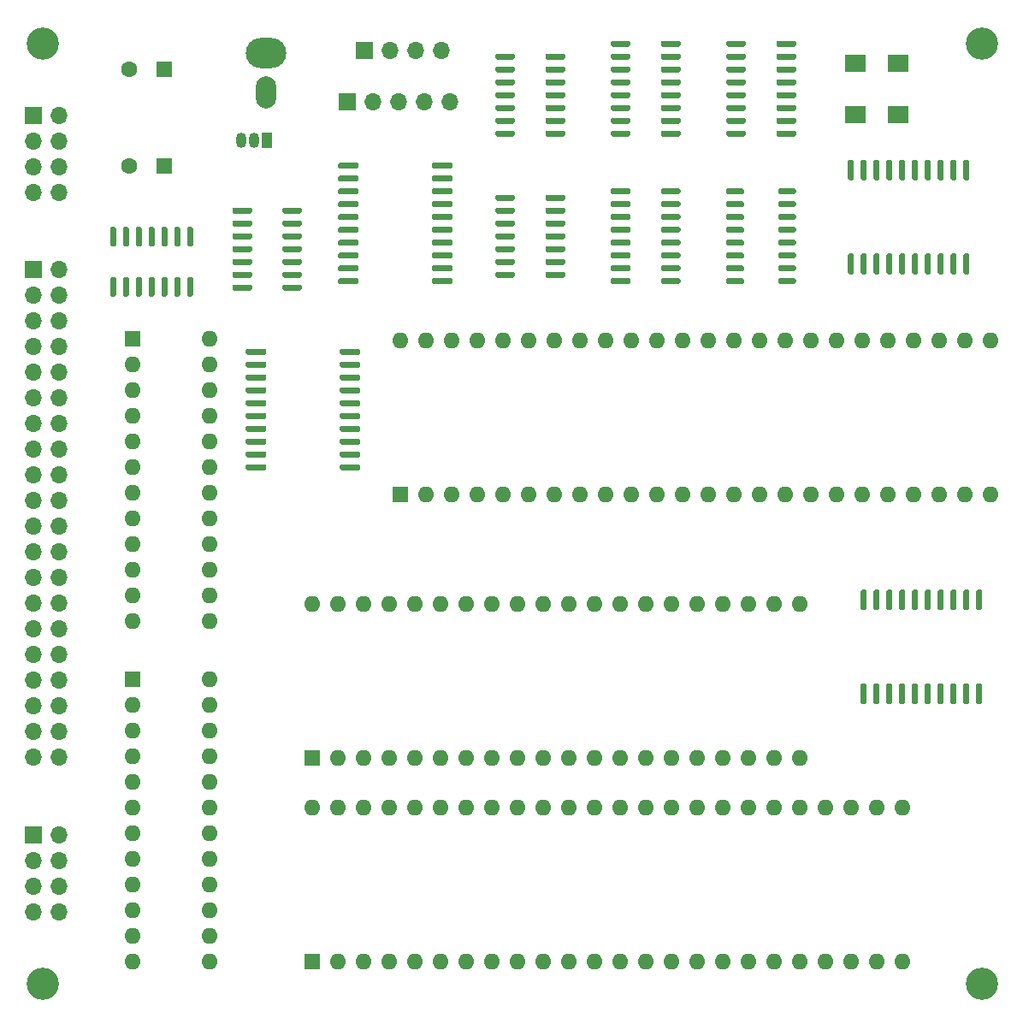
<source format=gbr>
%TF.GenerationSoftware,KiCad,Pcbnew,(5.1.9)-1*%
%TF.CreationDate,2021-11-03T00:39:52-04:00*%
%TF.ProjectId,main,6d61696e-2e6b-4696-9361-645f70636258,rev?*%
%TF.SameCoordinates,Original*%
%TF.FileFunction,Soldermask,Top*%
%TF.FilePolarity,Negative*%
%FSLAX46Y46*%
G04 Gerber Fmt 4.6, Leading zero omitted, Abs format (unit mm)*
G04 Created by KiCad (PCBNEW (5.1.9)-1) date 2021-11-03 00:39:52*
%MOMM*%
%LPD*%
G01*
G04 APERTURE LIST*
%ADD10O,4.000000X3.000000*%
%ADD11O,2.000000X3.200000*%
%ADD12R,2.000000X1.800000*%
%ADD13R,1.050000X1.500000*%
%ADD14O,1.050000X1.500000*%
%ADD15O,1.600000X1.600000*%
%ADD16R,1.600000X1.600000*%
%ADD17O,1.700000X1.700000*%
%ADD18R,1.700000X1.700000*%
%ADD19C,3.200000*%
%ADD20C,1.600000*%
G04 APERTURE END LIST*
D10*
%TO.C,J6*%
X45650000Y-24400000D03*
D11*
X45650000Y-28300000D03*
%TD*%
%TO.C,U18*%
G36*
G01*
X96315000Y-38250000D02*
X96315000Y-37950000D01*
G75*
G02*
X96465000Y-37800000I150000J0D01*
G01*
X97915000Y-37800000D01*
G75*
G02*
X98065000Y-37950000I0J-150000D01*
G01*
X98065000Y-38250000D01*
G75*
G02*
X97915000Y-38400000I-150000J0D01*
G01*
X96465000Y-38400000D01*
G75*
G02*
X96315000Y-38250000I0J150000D01*
G01*
G37*
G36*
G01*
X96315000Y-39520000D02*
X96315000Y-39220000D01*
G75*
G02*
X96465000Y-39070000I150000J0D01*
G01*
X97915000Y-39070000D01*
G75*
G02*
X98065000Y-39220000I0J-150000D01*
G01*
X98065000Y-39520000D01*
G75*
G02*
X97915000Y-39670000I-150000J0D01*
G01*
X96465000Y-39670000D01*
G75*
G02*
X96315000Y-39520000I0J150000D01*
G01*
G37*
G36*
G01*
X96315000Y-40790000D02*
X96315000Y-40490000D01*
G75*
G02*
X96465000Y-40340000I150000J0D01*
G01*
X97915000Y-40340000D01*
G75*
G02*
X98065000Y-40490000I0J-150000D01*
G01*
X98065000Y-40790000D01*
G75*
G02*
X97915000Y-40940000I-150000J0D01*
G01*
X96465000Y-40940000D01*
G75*
G02*
X96315000Y-40790000I0J150000D01*
G01*
G37*
G36*
G01*
X96315000Y-42060000D02*
X96315000Y-41760000D01*
G75*
G02*
X96465000Y-41610000I150000J0D01*
G01*
X97915000Y-41610000D01*
G75*
G02*
X98065000Y-41760000I0J-150000D01*
G01*
X98065000Y-42060000D01*
G75*
G02*
X97915000Y-42210000I-150000J0D01*
G01*
X96465000Y-42210000D01*
G75*
G02*
X96315000Y-42060000I0J150000D01*
G01*
G37*
G36*
G01*
X96315000Y-43330000D02*
X96315000Y-43030000D01*
G75*
G02*
X96465000Y-42880000I150000J0D01*
G01*
X97915000Y-42880000D01*
G75*
G02*
X98065000Y-43030000I0J-150000D01*
G01*
X98065000Y-43330000D01*
G75*
G02*
X97915000Y-43480000I-150000J0D01*
G01*
X96465000Y-43480000D01*
G75*
G02*
X96315000Y-43330000I0J150000D01*
G01*
G37*
G36*
G01*
X96315000Y-44600000D02*
X96315000Y-44300000D01*
G75*
G02*
X96465000Y-44150000I150000J0D01*
G01*
X97915000Y-44150000D01*
G75*
G02*
X98065000Y-44300000I0J-150000D01*
G01*
X98065000Y-44600000D01*
G75*
G02*
X97915000Y-44750000I-150000J0D01*
G01*
X96465000Y-44750000D01*
G75*
G02*
X96315000Y-44600000I0J150000D01*
G01*
G37*
G36*
G01*
X96315000Y-45870000D02*
X96315000Y-45570000D01*
G75*
G02*
X96465000Y-45420000I150000J0D01*
G01*
X97915000Y-45420000D01*
G75*
G02*
X98065000Y-45570000I0J-150000D01*
G01*
X98065000Y-45870000D01*
G75*
G02*
X97915000Y-46020000I-150000J0D01*
G01*
X96465000Y-46020000D01*
G75*
G02*
X96315000Y-45870000I0J150000D01*
G01*
G37*
G36*
G01*
X96315000Y-47140000D02*
X96315000Y-46840000D01*
G75*
G02*
X96465000Y-46690000I150000J0D01*
G01*
X97915000Y-46690000D01*
G75*
G02*
X98065000Y-46840000I0J-150000D01*
G01*
X98065000Y-47140000D01*
G75*
G02*
X97915000Y-47290000I-150000J0D01*
G01*
X96465000Y-47290000D01*
G75*
G02*
X96315000Y-47140000I0J150000D01*
G01*
G37*
G36*
G01*
X91165000Y-47140000D02*
X91165000Y-46840000D01*
G75*
G02*
X91315000Y-46690000I150000J0D01*
G01*
X92765000Y-46690000D01*
G75*
G02*
X92915000Y-46840000I0J-150000D01*
G01*
X92915000Y-47140000D01*
G75*
G02*
X92765000Y-47290000I-150000J0D01*
G01*
X91315000Y-47290000D01*
G75*
G02*
X91165000Y-47140000I0J150000D01*
G01*
G37*
G36*
G01*
X91165000Y-45870000D02*
X91165000Y-45570000D01*
G75*
G02*
X91315000Y-45420000I150000J0D01*
G01*
X92765000Y-45420000D01*
G75*
G02*
X92915000Y-45570000I0J-150000D01*
G01*
X92915000Y-45870000D01*
G75*
G02*
X92765000Y-46020000I-150000J0D01*
G01*
X91315000Y-46020000D01*
G75*
G02*
X91165000Y-45870000I0J150000D01*
G01*
G37*
G36*
G01*
X91165000Y-44600000D02*
X91165000Y-44300000D01*
G75*
G02*
X91315000Y-44150000I150000J0D01*
G01*
X92765000Y-44150000D01*
G75*
G02*
X92915000Y-44300000I0J-150000D01*
G01*
X92915000Y-44600000D01*
G75*
G02*
X92765000Y-44750000I-150000J0D01*
G01*
X91315000Y-44750000D01*
G75*
G02*
X91165000Y-44600000I0J150000D01*
G01*
G37*
G36*
G01*
X91165000Y-43330000D02*
X91165000Y-43030000D01*
G75*
G02*
X91315000Y-42880000I150000J0D01*
G01*
X92765000Y-42880000D01*
G75*
G02*
X92915000Y-43030000I0J-150000D01*
G01*
X92915000Y-43330000D01*
G75*
G02*
X92765000Y-43480000I-150000J0D01*
G01*
X91315000Y-43480000D01*
G75*
G02*
X91165000Y-43330000I0J150000D01*
G01*
G37*
G36*
G01*
X91165000Y-42060000D02*
X91165000Y-41760000D01*
G75*
G02*
X91315000Y-41610000I150000J0D01*
G01*
X92765000Y-41610000D01*
G75*
G02*
X92915000Y-41760000I0J-150000D01*
G01*
X92915000Y-42060000D01*
G75*
G02*
X92765000Y-42210000I-150000J0D01*
G01*
X91315000Y-42210000D01*
G75*
G02*
X91165000Y-42060000I0J150000D01*
G01*
G37*
G36*
G01*
X91165000Y-40790000D02*
X91165000Y-40490000D01*
G75*
G02*
X91315000Y-40340000I150000J0D01*
G01*
X92765000Y-40340000D01*
G75*
G02*
X92915000Y-40490000I0J-150000D01*
G01*
X92915000Y-40790000D01*
G75*
G02*
X92765000Y-40940000I-150000J0D01*
G01*
X91315000Y-40940000D01*
G75*
G02*
X91165000Y-40790000I0J150000D01*
G01*
G37*
G36*
G01*
X91165000Y-39520000D02*
X91165000Y-39220000D01*
G75*
G02*
X91315000Y-39070000I150000J0D01*
G01*
X92765000Y-39070000D01*
G75*
G02*
X92915000Y-39220000I0J-150000D01*
G01*
X92915000Y-39520000D01*
G75*
G02*
X92765000Y-39670000I-150000J0D01*
G01*
X91315000Y-39670000D01*
G75*
G02*
X91165000Y-39520000I0J150000D01*
G01*
G37*
G36*
G01*
X91165000Y-38250000D02*
X91165000Y-37950000D01*
G75*
G02*
X91315000Y-37800000I150000J0D01*
G01*
X92765000Y-37800000D01*
G75*
G02*
X92915000Y-37950000I0J-150000D01*
G01*
X92915000Y-38250000D01*
G75*
G02*
X92765000Y-38400000I-150000J0D01*
G01*
X91315000Y-38400000D01*
G75*
G02*
X91165000Y-38250000I0J150000D01*
G01*
G37*
%TD*%
%TO.C,U15*%
G36*
G01*
X84685000Y-38250000D02*
X84685000Y-37950000D01*
G75*
G02*
X84835000Y-37800000I150000J0D01*
G01*
X86485000Y-37800000D01*
G75*
G02*
X86635000Y-37950000I0J-150000D01*
G01*
X86635000Y-38250000D01*
G75*
G02*
X86485000Y-38400000I-150000J0D01*
G01*
X84835000Y-38400000D01*
G75*
G02*
X84685000Y-38250000I0J150000D01*
G01*
G37*
G36*
G01*
X84685000Y-39520000D02*
X84685000Y-39220000D01*
G75*
G02*
X84835000Y-39070000I150000J0D01*
G01*
X86485000Y-39070000D01*
G75*
G02*
X86635000Y-39220000I0J-150000D01*
G01*
X86635000Y-39520000D01*
G75*
G02*
X86485000Y-39670000I-150000J0D01*
G01*
X84835000Y-39670000D01*
G75*
G02*
X84685000Y-39520000I0J150000D01*
G01*
G37*
G36*
G01*
X84685000Y-40790000D02*
X84685000Y-40490000D01*
G75*
G02*
X84835000Y-40340000I150000J0D01*
G01*
X86485000Y-40340000D01*
G75*
G02*
X86635000Y-40490000I0J-150000D01*
G01*
X86635000Y-40790000D01*
G75*
G02*
X86485000Y-40940000I-150000J0D01*
G01*
X84835000Y-40940000D01*
G75*
G02*
X84685000Y-40790000I0J150000D01*
G01*
G37*
G36*
G01*
X84685000Y-42060000D02*
X84685000Y-41760000D01*
G75*
G02*
X84835000Y-41610000I150000J0D01*
G01*
X86485000Y-41610000D01*
G75*
G02*
X86635000Y-41760000I0J-150000D01*
G01*
X86635000Y-42060000D01*
G75*
G02*
X86485000Y-42210000I-150000J0D01*
G01*
X84835000Y-42210000D01*
G75*
G02*
X84685000Y-42060000I0J150000D01*
G01*
G37*
G36*
G01*
X84685000Y-43330000D02*
X84685000Y-43030000D01*
G75*
G02*
X84835000Y-42880000I150000J0D01*
G01*
X86485000Y-42880000D01*
G75*
G02*
X86635000Y-43030000I0J-150000D01*
G01*
X86635000Y-43330000D01*
G75*
G02*
X86485000Y-43480000I-150000J0D01*
G01*
X84835000Y-43480000D01*
G75*
G02*
X84685000Y-43330000I0J150000D01*
G01*
G37*
G36*
G01*
X84685000Y-44600000D02*
X84685000Y-44300000D01*
G75*
G02*
X84835000Y-44150000I150000J0D01*
G01*
X86485000Y-44150000D01*
G75*
G02*
X86635000Y-44300000I0J-150000D01*
G01*
X86635000Y-44600000D01*
G75*
G02*
X86485000Y-44750000I-150000J0D01*
G01*
X84835000Y-44750000D01*
G75*
G02*
X84685000Y-44600000I0J150000D01*
G01*
G37*
G36*
G01*
X84685000Y-45870000D02*
X84685000Y-45570000D01*
G75*
G02*
X84835000Y-45420000I150000J0D01*
G01*
X86485000Y-45420000D01*
G75*
G02*
X86635000Y-45570000I0J-150000D01*
G01*
X86635000Y-45870000D01*
G75*
G02*
X86485000Y-46020000I-150000J0D01*
G01*
X84835000Y-46020000D01*
G75*
G02*
X84685000Y-45870000I0J150000D01*
G01*
G37*
G36*
G01*
X84685000Y-47140000D02*
X84685000Y-46840000D01*
G75*
G02*
X84835000Y-46690000I150000J0D01*
G01*
X86485000Y-46690000D01*
G75*
G02*
X86635000Y-46840000I0J-150000D01*
G01*
X86635000Y-47140000D01*
G75*
G02*
X86485000Y-47290000I-150000J0D01*
G01*
X84835000Y-47290000D01*
G75*
G02*
X84685000Y-47140000I0J150000D01*
G01*
G37*
G36*
G01*
X79735000Y-47140000D02*
X79735000Y-46840000D01*
G75*
G02*
X79885000Y-46690000I150000J0D01*
G01*
X81535000Y-46690000D01*
G75*
G02*
X81685000Y-46840000I0J-150000D01*
G01*
X81685000Y-47140000D01*
G75*
G02*
X81535000Y-47290000I-150000J0D01*
G01*
X79885000Y-47290000D01*
G75*
G02*
X79735000Y-47140000I0J150000D01*
G01*
G37*
G36*
G01*
X79735000Y-45870000D02*
X79735000Y-45570000D01*
G75*
G02*
X79885000Y-45420000I150000J0D01*
G01*
X81535000Y-45420000D01*
G75*
G02*
X81685000Y-45570000I0J-150000D01*
G01*
X81685000Y-45870000D01*
G75*
G02*
X81535000Y-46020000I-150000J0D01*
G01*
X79885000Y-46020000D01*
G75*
G02*
X79735000Y-45870000I0J150000D01*
G01*
G37*
G36*
G01*
X79735000Y-44600000D02*
X79735000Y-44300000D01*
G75*
G02*
X79885000Y-44150000I150000J0D01*
G01*
X81535000Y-44150000D01*
G75*
G02*
X81685000Y-44300000I0J-150000D01*
G01*
X81685000Y-44600000D01*
G75*
G02*
X81535000Y-44750000I-150000J0D01*
G01*
X79885000Y-44750000D01*
G75*
G02*
X79735000Y-44600000I0J150000D01*
G01*
G37*
G36*
G01*
X79735000Y-43330000D02*
X79735000Y-43030000D01*
G75*
G02*
X79885000Y-42880000I150000J0D01*
G01*
X81535000Y-42880000D01*
G75*
G02*
X81685000Y-43030000I0J-150000D01*
G01*
X81685000Y-43330000D01*
G75*
G02*
X81535000Y-43480000I-150000J0D01*
G01*
X79885000Y-43480000D01*
G75*
G02*
X79735000Y-43330000I0J150000D01*
G01*
G37*
G36*
G01*
X79735000Y-42060000D02*
X79735000Y-41760000D01*
G75*
G02*
X79885000Y-41610000I150000J0D01*
G01*
X81535000Y-41610000D01*
G75*
G02*
X81685000Y-41760000I0J-150000D01*
G01*
X81685000Y-42060000D01*
G75*
G02*
X81535000Y-42210000I-150000J0D01*
G01*
X79885000Y-42210000D01*
G75*
G02*
X79735000Y-42060000I0J150000D01*
G01*
G37*
G36*
G01*
X79735000Y-40790000D02*
X79735000Y-40490000D01*
G75*
G02*
X79885000Y-40340000I150000J0D01*
G01*
X81535000Y-40340000D01*
G75*
G02*
X81685000Y-40490000I0J-150000D01*
G01*
X81685000Y-40790000D01*
G75*
G02*
X81535000Y-40940000I-150000J0D01*
G01*
X79885000Y-40940000D01*
G75*
G02*
X79735000Y-40790000I0J150000D01*
G01*
G37*
G36*
G01*
X79735000Y-39520000D02*
X79735000Y-39220000D01*
G75*
G02*
X79885000Y-39070000I150000J0D01*
G01*
X81535000Y-39070000D01*
G75*
G02*
X81685000Y-39220000I0J-150000D01*
G01*
X81685000Y-39520000D01*
G75*
G02*
X81535000Y-39670000I-150000J0D01*
G01*
X79885000Y-39670000D01*
G75*
G02*
X79735000Y-39520000I0J150000D01*
G01*
G37*
G36*
G01*
X79735000Y-38250000D02*
X79735000Y-37950000D01*
G75*
G02*
X79885000Y-37800000I150000J0D01*
G01*
X81535000Y-37800000D01*
G75*
G02*
X81685000Y-37950000I0J-150000D01*
G01*
X81685000Y-38250000D01*
G75*
G02*
X81535000Y-38400000I-150000J0D01*
G01*
X79885000Y-38400000D01*
G75*
G02*
X79735000Y-38250000I0J150000D01*
G01*
G37*
%TD*%
%TO.C,U14*%
G36*
G01*
X62045000Y-35710000D02*
X62045000Y-35410000D01*
G75*
G02*
X62195000Y-35260000I150000J0D01*
G01*
X63945000Y-35260000D01*
G75*
G02*
X64095000Y-35410000I0J-150000D01*
G01*
X64095000Y-35710000D01*
G75*
G02*
X63945000Y-35860000I-150000J0D01*
G01*
X62195000Y-35860000D01*
G75*
G02*
X62045000Y-35710000I0J150000D01*
G01*
G37*
G36*
G01*
X62045000Y-36980000D02*
X62045000Y-36680000D01*
G75*
G02*
X62195000Y-36530000I150000J0D01*
G01*
X63945000Y-36530000D01*
G75*
G02*
X64095000Y-36680000I0J-150000D01*
G01*
X64095000Y-36980000D01*
G75*
G02*
X63945000Y-37130000I-150000J0D01*
G01*
X62195000Y-37130000D01*
G75*
G02*
X62045000Y-36980000I0J150000D01*
G01*
G37*
G36*
G01*
X62045000Y-38250000D02*
X62045000Y-37950000D01*
G75*
G02*
X62195000Y-37800000I150000J0D01*
G01*
X63945000Y-37800000D01*
G75*
G02*
X64095000Y-37950000I0J-150000D01*
G01*
X64095000Y-38250000D01*
G75*
G02*
X63945000Y-38400000I-150000J0D01*
G01*
X62195000Y-38400000D01*
G75*
G02*
X62045000Y-38250000I0J150000D01*
G01*
G37*
G36*
G01*
X62045000Y-39520000D02*
X62045000Y-39220000D01*
G75*
G02*
X62195000Y-39070000I150000J0D01*
G01*
X63945000Y-39070000D01*
G75*
G02*
X64095000Y-39220000I0J-150000D01*
G01*
X64095000Y-39520000D01*
G75*
G02*
X63945000Y-39670000I-150000J0D01*
G01*
X62195000Y-39670000D01*
G75*
G02*
X62045000Y-39520000I0J150000D01*
G01*
G37*
G36*
G01*
X62045000Y-40790000D02*
X62045000Y-40490000D01*
G75*
G02*
X62195000Y-40340000I150000J0D01*
G01*
X63945000Y-40340000D01*
G75*
G02*
X64095000Y-40490000I0J-150000D01*
G01*
X64095000Y-40790000D01*
G75*
G02*
X63945000Y-40940000I-150000J0D01*
G01*
X62195000Y-40940000D01*
G75*
G02*
X62045000Y-40790000I0J150000D01*
G01*
G37*
G36*
G01*
X62045000Y-42060000D02*
X62045000Y-41760000D01*
G75*
G02*
X62195000Y-41610000I150000J0D01*
G01*
X63945000Y-41610000D01*
G75*
G02*
X64095000Y-41760000I0J-150000D01*
G01*
X64095000Y-42060000D01*
G75*
G02*
X63945000Y-42210000I-150000J0D01*
G01*
X62195000Y-42210000D01*
G75*
G02*
X62045000Y-42060000I0J150000D01*
G01*
G37*
G36*
G01*
X62045000Y-43330000D02*
X62045000Y-43030000D01*
G75*
G02*
X62195000Y-42880000I150000J0D01*
G01*
X63945000Y-42880000D01*
G75*
G02*
X64095000Y-43030000I0J-150000D01*
G01*
X64095000Y-43330000D01*
G75*
G02*
X63945000Y-43480000I-150000J0D01*
G01*
X62195000Y-43480000D01*
G75*
G02*
X62045000Y-43330000I0J150000D01*
G01*
G37*
G36*
G01*
X62045000Y-44600000D02*
X62045000Y-44300000D01*
G75*
G02*
X62195000Y-44150000I150000J0D01*
G01*
X63945000Y-44150000D01*
G75*
G02*
X64095000Y-44300000I0J-150000D01*
G01*
X64095000Y-44600000D01*
G75*
G02*
X63945000Y-44750000I-150000J0D01*
G01*
X62195000Y-44750000D01*
G75*
G02*
X62045000Y-44600000I0J150000D01*
G01*
G37*
G36*
G01*
X62045000Y-45870000D02*
X62045000Y-45570000D01*
G75*
G02*
X62195000Y-45420000I150000J0D01*
G01*
X63945000Y-45420000D01*
G75*
G02*
X64095000Y-45570000I0J-150000D01*
G01*
X64095000Y-45870000D01*
G75*
G02*
X63945000Y-46020000I-150000J0D01*
G01*
X62195000Y-46020000D01*
G75*
G02*
X62045000Y-45870000I0J150000D01*
G01*
G37*
G36*
G01*
X62045000Y-47140000D02*
X62045000Y-46840000D01*
G75*
G02*
X62195000Y-46690000I150000J0D01*
G01*
X63945000Y-46690000D01*
G75*
G02*
X64095000Y-46840000I0J-150000D01*
G01*
X64095000Y-47140000D01*
G75*
G02*
X63945000Y-47290000I-150000J0D01*
G01*
X62195000Y-47290000D01*
G75*
G02*
X62045000Y-47140000I0J150000D01*
G01*
G37*
G36*
G01*
X52745000Y-47140000D02*
X52745000Y-46840000D01*
G75*
G02*
X52895000Y-46690000I150000J0D01*
G01*
X54645000Y-46690000D01*
G75*
G02*
X54795000Y-46840000I0J-150000D01*
G01*
X54795000Y-47140000D01*
G75*
G02*
X54645000Y-47290000I-150000J0D01*
G01*
X52895000Y-47290000D01*
G75*
G02*
X52745000Y-47140000I0J150000D01*
G01*
G37*
G36*
G01*
X52745000Y-45870000D02*
X52745000Y-45570000D01*
G75*
G02*
X52895000Y-45420000I150000J0D01*
G01*
X54645000Y-45420000D01*
G75*
G02*
X54795000Y-45570000I0J-150000D01*
G01*
X54795000Y-45870000D01*
G75*
G02*
X54645000Y-46020000I-150000J0D01*
G01*
X52895000Y-46020000D01*
G75*
G02*
X52745000Y-45870000I0J150000D01*
G01*
G37*
G36*
G01*
X52745000Y-44600000D02*
X52745000Y-44300000D01*
G75*
G02*
X52895000Y-44150000I150000J0D01*
G01*
X54645000Y-44150000D01*
G75*
G02*
X54795000Y-44300000I0J-150000D01*
G01*
X54795000Y-44600000D01*
G75*
G02*
X54645000Y-44750000I-150000J0D01*
G01*
X52895000Y-44750000D01*
G75*
G02*
X52745000Y-44600000I0J150000D01*
G01*
G37*
G36*
G01*
X52745000Y-43330000D02*
X52745000Y-43030000D01*
G75*
G02*
X52895000Y-42880000I150000J0D01*
G01*
X54645000Y-42880000D01*
G75*
G02*
X54795000Y-43030000I0J-150000D01*
G01*
X54795000Y-43330000D01*
G75*
G02*
X54645000Y-43480000I-150000J0D01*
G01*
X52895000Y-43480000D01*
G75*
G02*
X52745000Y-43330000I0J150000D01*
G01*
G37*
G36*
G01*
X52745000Y-42060000D02*
X52745000Y-41760000D01*
G75*
G02*
X52895000Y-41610000I150000J0D01*
G01*
X54645000Y-41610000D01*
G75*
G02*
X54795000Y-41760000I0J-150000D01*
G01*
X54795000Y-42060000D01*
G75*
G02*
X54645000Y-42210000I-150000J0D01*
G01*
X52895000Y-42210000D01*
G75*
G02*
X52745000Y-42060000I0J150000D01*
G01*
G37*
G36*
G01*
X52745000Y-40790000D02*
X52745000Y-40490000D01*
G75*
G02*
X52895000Y-40340000I150000J0D01*
G01*
X54645000Y-40340000D01*
G75*
G02*
X54795000Y-40490000I0J-150000D01*
G01*
X54795000Y-40790000D01*
G75*
G02*
X54645000Y-40940000I-150000J0D01*
G01*
X52895000Y-40940000D01*
G75*
G02*
X52745000Y-40790000I0J150000D01*
G01*
G37*
G36*
G01*
X52745000Y-39520000D02*
X52745000Y-39220000D01*
G75*
G02*
X52895000Y-39070000I150000J0D01*
G01*
X54645000Y-39070000D01*
G75*
G02*
X54795000Y-39220000I0J-150000D01*
G01*
X54795000Y-39520000D01*
G75*
G02*
X54645000Y-39670000I-150000J0D01*
G01*
X52895000Y-39670000D01*
G75*
G02*
X52745000Y-39520000I0J150000D01*
G01*
G37*
G36*
G01*
X52745000Y-38250000D02*
X52745000Y-37950000D01*
G75*
G02*
X52895000Y-37800000I150000J0D01*
G01*
X54645000Y-37800000D01*
G75*
G02*
X54795000Y-37950000I0J-150000D01*
G01*
X54795000Y-38250000D01*
G75*
G02*
X54645000Y-38400000I-150000J0D01*
G01*
X52895000Y-38400000D01*
G75*
G02*
X52745000Y-38250000I0J150000D01*
G01*
G37*
G36*
G01*
X52745000Y-36980000D02*
X52745000Y-36680000D01*
G75*
G02*
X52895000Y-36530000I150000J0D01*
G01*
X54645000Y-36530000D01*
G75*
G02*
X54795000Y-36680000I0J-150000D01*
G01*
X54795000Y-36980000D01*
G75*
G02*
X54645000Y-37130000I-150000J0D01*
G01*
X52895000Y-37130000D01*
G75*
G02*
X52745000Y-36980000I0J150000D01*
G01*
G37*
G36*
G01*
X52745000Y-35710000D02*
X52745000Y-35410000D01*
G75*
G02*
X52895000Y-35260000I150000J0D01*
G01*
X54645000Y-35260000D01*
G75*
G02*
X54795000Y-35410000I0J-150000D01*
G01*
X54795000Y-35710000D01*
G75*
G02*
X54645000Y-35860000I-150000J0D01*
G01*
X52895000Y-35860000D01*
G75*
G02*
X52745000Y-35710000I0J150000D01*
G01*
G37*
%TD*%
%TO.C,U13*%
G36*
G01*
X104925000Y-79560000D02*
X104625000Y-79560000D01*
G75*
G02*
X104475000Y-79410000I0J150000D01*
G01*
X104475000Y-77660000D01*
G75*
G02*
X104625000Y-77510000I150000J0D01*
G01*
X104925000Y-77510000D01*
G75*
G02*
X105075000Y-77660000I0J-150000D01*
G01*
X105075000Y-79410000D01*
G75*
G02*
X104925000Y-79560000I-150000J0D01*
G01*
G37*
G36*
G01*
X106195000Y-79560000D02*
X105895000Y-79560000D01*
G75*
G02*
X105745000Y-79410000I0J150000D01*
G01*
X105745000Y-77660000D01*
G75*
G02*
X105895000Y-77510000I150000J0D01*
G01*
X106195000Y-77510000D01*
G75*
G02*
X106345000Y-77660000I0J-150000D01*
G01*
X106345000Y-79410000D01*
G75*
G02*
X106195000Y-79560000I-150000J0D01*
G01*
G37*
G36*
G01*
X107465000Y-79560000D02*
X107165000Y-79560000D01*
G75*
G02*
X107015000Y-79410000I0J150000D01*
G01*
X107015000Y-77660000D01*
G75*
G02*
X107165000Y-77510000I150000J0D01*
G01*
X107465000Y-77510000D01*
G75*
G02*
X107615000Y-77660000I0J-150000D01*
G01*
X107615000Y-79410000D01*
G75*
G02*
X107465000Y-79560000I-150000J0D01*
G01*
G37*
G36*
G01*
X108735000Y-79560000D02*
X108435000Y-79560000D01*
G75*
G02*
X108285000Y-79410000I0J150000D01*
G01*
X108285000Y-77660000D01*
G75*
G02*
X108435000Y-77510000I150000J0D01*
G01*
X108735000Y-77510000D01*
G75*
G02*
X108885000Y-77660000I0J-150000D01*
G01*
X108885000Y-79410000D01*
G75*
G02*
X108735000Y-79560000I-150000J0D01*
G01*
G37*
G36*
G01*
X110005000Y-79560000D02*
X109705000Y-79560000D01*
G75*
G02*
X109555000Y-79410000I0J150000D01*
G01*
X109555000Y-77660000D01*
G75*
G02*
X109705000Y-77510000I150000J0D01*
G01*
X110005000Y-77510000D01*
G75*
G02*
X110155000Y-77660000I0J-150000D01*
G01*
X110155000Y-79410000D01*
G75*
G02*
X110005000Y-79560000I-150000J0D01*
G01*
G37*
G36*
G01*
X111275000Y-79560000D02*
X110975000Y-79560000D01*
G75*
G02*
X110825000Y-79410000I0J150000D01*
G01*
X110825000Y-77660000D01*
G75*
G02*
X110975000Y-77510000I150000J0D01*
G01*
X111275000Y-77510000D01*
G75*
G02*
X111425000Y-77660000I0J-150000D01*
G01*
X111425000Y-79410000D01*
G75*
G02*
X111275000Y-79560000I-150000J0D01*
G01*
G37*
G36*
G01*
X112545000Y-79560000D02*
X112245000Y-79560000D01*
G75*
G02*
X112095000Y-79410000I0J150000D01*
G01*
X112095000Y-77660000D01*
G75*
G02*
X112245000Y-77510000I150000J0D01*
G01*
X112545000Y-77510000D01*
G75*
G02*
X112695000Y-77660000I0J-150000D01*
G01*
X112695000Y-79410000D01*
G75*
G02*
X112545000Y-79560000I-150000J0D01*
G01*
G37*
G36*
G01*
X113815000Y-79560000D02*
X113515000Y-79560000D01*
G75*
G02*
X113365000Y-79410000I0J150000D01*
G01*
X113365000Y-77660000D01*
G75*
G02*
X113515000Y-77510000I150000J0D01*
G01*
X113815000Y-77510000D01*
G75*
G02*
X113965000Y-77660000I0J-150000D01*
G01*
X113965000Y-79410000D01*
G75*
G02*
X113815000Y-79560000I-150000J0D01*
G01*
G37*
G36*
G01*
X115085000Y-79560000D02*
X114785000Y-79560000D01*
G75*
G02*
X114635000Y-79410000I0J150000D01*
G01*
X114635000Y-77660000D01*
G75*
G02*
X114785000Y-77510000I150000J0D01*
G01*
X115085000Y-77510000D01*
G75*
G02*
X115235000Y-77660000I0J-150000D01*
G01*
X115235000Y-79410000D01*
G75*
G02*
X115085000Y-79560000I-150000J0D01*
G01*
G37*
G36*
G01*
X116355000Y-79560000D02*
X116055000Y-79560000D01*
G75*
G02*
X115905000Y-79410000I0J150000D01*
G01*
X115905000Y-77660000D01*
G75*
G02*
X116055000Y-77510000I150000J0D01*
G01*
X116355000Y-77510000D01*
G75*
G02*
X116505000Y-77660000I0J-150000D01*
G01*
X116505000Y-79410000D01*
G75*
G02*
X116355000Y-79560000I-150000J0D01*
G01*
G37*
G36*
G01*
X116355000Y-88860000D02*
X116055000Y-88860000D01*
G75*
G02*
X115905000Y-88710000I0J150000D01*
G01*
X115905000Y-86960000D01*
G75*
G02*
X116055000Y-86810000I150000J0D01*
G01*
X116355000Y-86810000D01*
G75*
G02*
X116505000Y-86960000I0J-150000D01*
G01*
X116505000Y-88710000D01*
G75*
G02*
X116355000Y-88860000I-150000J0D01*
G01*
G37*
G36*
G01*
X115085000Y-88860000D02*
X114785000Y-88860000D01*
G75*
G02*
X114635000Y-88710000I0J150000D01*
G01*
X114635000Y-86960000D01*
G75*
G02*
X114785000Y-86810000I150000J0D01*
G01*
X115085000Y-86810000D01*
G75*
G02*
X115235000Y-86960000I0J-150000D01*
G01*
X115235000Y-88710000D01*
G75*
G02*
X115085000Y-88860000I-150000J0D01*
G01*
G37*
G36*
G01*
X113815000Y-88860000D02*
X113515000Y-88860000D01*
G75*
G02*
X113365000Y-88710000I0J150000D01*
G01*
X113365000Y-86960000D01*
G75*
G02*
X113515000Y-86810000I150000J0D01*
G01*
X113815000Y-86810000D01*
G75*
G02*
X113965000Y-86960000I0J-150000D01*
G01*
X113965000Y-88710000D01*
G75*
G02*
X113815000Y-88860000I-150000J0D01*
G01*
G37*
G36*
G01*
X112545000Y-88860000D02*
X112245000Y-88860000D01*
G75*
G02*
X112095000Y-88710000I0J150000D01*
G01*
X112095000Y-86960000D01*
G75*
G02*
X112245000Y-86810000I150000J0D01*
G01*
X112545000Y-86810000D01*
G75*
G02*
X112695000Y-86960000I0J-150000D01*
G01*
X112695000Y-88710000D01*
G75*
G02*
X112545000Y-88860000I-150000J0D01*
G01*
G37*
G36*
G01*
X111275000Y-88860000D02*
X110975000Y-88860000D01*
G75*
G02*
X110825000Y-88710000I0J150000D01*
G01*
X110825000Y-86960000D01*
G75*
G02*
X110975000Y-86810000I150000J0D01*
G01*
X111275000Y-86810000D01*
G75*
G02*
X111425000Y-86960000I0J-150000D01*
G01*
X111425000Y-88710000D01*
G75*
G02*
X111275000Y-88860000I-150000J0D01*
G01*
G37*
G36*
G01*
X110005000Y-88860000D02*
X109705000Y-88860000D01*
G75*
G02*
X109555000Y-88710000I0J150000D01*
G01*
X109555000Y-86960000D01*
G75*
G02*
X109705000Y-86810000I150000J0D01*
G01*
X110005000Y-86810000D01*
G75*
G02*
X110155000Y-86960000I0J-150000D01*
G01*
X110155000Y-88710000D01*
G75*
G02*
X110005000Y-88860000I-150000J0D01*
G01*
G37*
G36*
G01*
X108735000Y-88860000D02*
X108435000Y-88860000D01*
G75*
G02*
X108285000Y-88710000I0J150000D01*
G01*
X108285000Y-86960000D01*
G75*
G02*
X108435000Y-86810000I150000J0D01*
G01*
X108735000Y-86810000D01*
G75*
G02*
X108885000Y-86960000I0J-150000D01*
G01*
X108885000Y-88710000D01*
G75*
G02*
X108735000Y-88860000I-150000J0D01*
G01*
G37*
G36*
G01*
X107465000Y-88860000D02*
X107165000Y-88860000D01*
G75*
G02*
X107015000Y-88710000I0J150000D01*
G01*
X107015000Y-86960000D01*
G75*
G02*
X107165000Y-86810000I150000J0D01*
G01*
X107465000Y-86810000D01*
G75*
G02*
X107615000Y-86960000I0J-150000D01*
G01*
X107615000Y-88710000D01*
G75*
G02*
X107465000Y-88860000I-150000J0D01*
G01*
G37*
G36*
G01*
X106195000Y-88860000D02*
X105895000Y-88860000D01*
G75*
G02*
X105745000Y-88710000I0J150000D01*
G01*
X105745000Y-86960000D01*
G75*
G02*
X105895000Y-86810000I150000J0D01*
G01*
X106195000Y-86810000D01*
G75*
G02*
X106345000Y-86960000I0J-150000D01*
G01*
X106345000Y-88710000D01*
G75*
G02*
X106195000Y-88860000I-150000J0D01*
G01*
G37*
G36*
G01*
X104925000Y-88860000D02*
X104625000Y-88860000D01*
G75*
G02*
X104475000Y-88710000I0J150000D01*
G01*
X104475000Y-86960000D01*
G75*
G02*
X104625000Y-86810000I150000J0D01*
G01*
X104925000Y-86810000D01*
G75*
G02*
X105075000Y-86960000I0J-150000D01*
G01*
X105075000Y-88710000D01*
G75*
G02*
X104925000Y-88860000I-150000J0D01*
G01*
G37*
%TD*%
%TO.C,U12*%
G36*
G01*
X45651000Y-65255000D02*
X45651000Y-65555000D01*
G75*
G02*
X45501000Y-65705000I-150000J0D01*
G01*
X43751000Y-65705000D01*
G75*
G02*
X43601000Y-65555000I0J150000D01*
G01*
X43601000Y-65255000D01*
G75*
G02*
X43751000Y-65105000I150000J0D01*
G01*
X45501000Y-65105000D01*
G75*
G02*
X45651000Y-65255000I0J-150000D01*
G01*
G37*
G36*
G01*
X45651000Y-63985000D02*
X45651000Y-64285000D01*
G75*
G02*
X45501000Y-64435000I-150000J0D01*
G01*
X43751000Y-64435000D01*
G75*
G02*
X43601000Y-64285000I0J150000D01*
G01*
X43601000Y-63985000D01*
G75*
G02*
X43751000Y-63835000I150000J0D01*
G01*
X45501000Y-63835000D01*
G75*
G02*
X45651000Y-63985000I0J-150000D01*
G01*
G37*
G36*
G01*
X45651000Y-62715000D02*
X45651000Y-63015000D01*
G75*
G02*
X45501000Y-63165000I-150000J0D01*
G01*
X43751000Y-63165000D01*
G75*
G02*
X43601000Y-63015000I0J150000D01*
G01*
X43601000Y-62715000D01*
G75*
G02*
X43751000Y-62565000I150000J0D01*
G01*
X45501000Y-62565000D01*
G75*
G02*
X45651000Y-62715000I0J-150000D01*
G01*
G37*
G36*
G01*
X45651000Y-61445000D02*
X45651000Y-61745000D01*
G75*
G02*
X45501000Y-61895000I-150000J0D01*
G01*
X43751000Y-61895000D01*
G75*
G02*
X43601000Y-61745000I0J150000D01*
G01*
X43601000Y-61445000D01*
G75*
G02*
X43751000Y-61295000I150000J0D01*
G01*
X45501000Y-61295000D01*
G75*
G02*
X45651000Y-61445000I0J-150000D01*
G01*
G37*
G36*
G01*
X45651000Y-60175000D02*
X45651000Y-60475000D01*
G75*
G02*
X45501000Y-60625000I-150000J0D01*
G01*
X43751000Y-60625000D01*
G75*
G02*
X43601000Y-60475000I0J150000D01*
G01*
X43601000Y-60175000D01*
G75*
G02*
X43751000Y-60025000I150000J0D01*
G01*
X45501000Y-60025000D01*
G75*
G02*
X45651000Y-60175000I0J-150000D01*
G01*
G37*
G36*
G01*
X45651000Y-58905000D02*
X45651000Y-59205000D01*
G75*
G02*
X45501000Y-59355000I-150000J0D01*
G01*
X43751000Y-59355000D01*
G75*
G02*
X43601000Y-59205000I0J150000D01*
G01*
X43601000Y-58905000D01*
G75*
G02*
X43751000Y-58755000I150000J0D01*
G01*
X45501000Y-58755000D01*
G75*
G02*
X45651000Y-58905000I0J-150000D01*
G01*
G37*
G36*
G01*
X45651000Y-57635000D02*
X45651000Y-57935000D01*
G75*
G02*
X45501000Y-58085000I-150000J0D01*
G01*
X43751000Y-58085000D01*
G75*
G02*
X43601000Y-57935000I0J150000D01*
G01*
X43601000Y-57635000D01*
G75*
G02*
X43751000Y-57485000I150000J0D01*
G01*
X45501000Y-57485000D01*
G75*
G02*
X45651000Y-57635000I0J-150000D01*
G01*
G37*
G36*
G01*
X45651000Y-56365000D02*
X45651000Y-56665000D01*
G75*
G02*
X45501000Y-56815000I-150000J0D01*
G01*
X43751000Y-56815000D01*
G75*
G02*
X43601000Y-56665000I0J150000D01*
G01*
X43601000Y-56365000D01*
G75*
G02*
X43751000Y-56215000I150000J0D01*
G01*
X45501000Y-56215000D01*
G75*
G02*
X45651000Y-56365000I0J-150000D01*
G01*
G37*
G36*
G01*
X45651000Y-55095000D02*
X45651000Y-55395000D01*
G75*
G02*
X45501000Y-55545000I-150000J0D01*
G01*
X43751000Y-55545000D01*
G75*
G02*
X43601000Y-55395000I0J150000D01*
G01*
X43601000Y-55095000D01*
G75*
G02*
X43751000Y-54945000I150000J0D01*
G01*
X45501000Y-54945000D01*
G75*
G02*
X45651000Y-55095000I0J-150000D01*
G01*
G37*
G36*
G01*
X45651000Y-53825000D02*
X45651000Y-54125000D01*
G75*
G02*
X45501000Y-54275000I-150000J0D01*
G01*
X43751000Y-54275000D01*
G75*
G02*
X43601000Y-54125000I0J150000D01*
G01*
X43601000Y-53825000D01*
G75*
G02*
X43751000Y-53675000I150000J0D01*
G01*
X45501000Y-53675000D01*
G75*
G02*
X45651000Y-53825000I0J-150000D01*
G01*
G37*
G36*
G01*
X54951000Y-53825000D02*
X54951000Y-54125000D01*
G75*
G02*
X54801000Y-54275000I-150000J0D01*
G01*
X53051000Y-54275000D01*
G75*
G02*
X52901000Y-54125000I0J150000D01*
G01*
X52901000Y-53825000D01*
G75*
G02*
X53051000Y-53675000I150000J0D01*
G01*
X54801000Y-53675000D01*
G75*
G02*
X54951000Y-53825000I0J-150000D01*
G01*
G37*
G36*
G01*
X54951000Y-55095000D02*
X54951000Y-55395000D01*
G75*
G02*
X54801000Y-55545000I-150000J0D01*
G01*
X53051000Y-55545000D01*
G75*
G02*
X52901000Y-55395000I0J150000D01*
G01*
X52901000Y-55095000D01*
G75*
G02*
X53051000Y-54945000I150000J0D01*
G01*
X54801000Y-54945000D01*
G75*
G02*
X54951000Y-55095000I0J-150000D01*
G01*
G37*
G36*
G01*
X54951000Y-56365000D02*
X54951000Y-56665000D01*
G75*
G02*
X54801000Y-56815000I-150000J0D01*
G01*
X53051000Y-56815000D01*
G75*
G02*
X52901000Y-56665000I0J150000D01*
G01*
X52901000Y-56365000D01*
G75*
G02*
X53051000Y-56215000I150000J0D01*
G01*
X54801000Y-56215000D01*
G75*
G02*
X54951000Y-56365000I0J-150000D01*
G01*
G37*
G36*
G01*
X54951000Y-57635000D02*
X54951000Y-57935000D01*
G75*
G02*
X54801000Y-58085000I-150000J0D01*
G01*
X53051000Y-58085000D01*
G75*
G02*
X52901000Y-57935000I0J150000D01*
G01*
X52901000Y-57635000D01*
G75*
G02*
X53051000Y-57485000I150000J0D01*
G01*
X54801000Y-57485000D01*
G75*
G02*
X54951000Y-57635000I0J-150000D01*
G01*
G37*
G36*
G01*
X54951000Y-58905000D02*
X54951000Y-59205000D01*
G75*
G02*
X54801000Y-59355000I-150000J0D01*
G01*
X53051000Y-59355000D01*
G75*
G02*
X52901000Y-59205000I0J150000D01*
G01*
X52901000Y-58905000D01*
G75*
G02*
X53051000Y-58755000I150000J0D01*
G01*
X54801000Y-58755000D01*
G75*
G02*
X54951000Y-58905000I0J-150000D01*
G01*
G37*
G36*
G01*
X54951000Y-60175000D02*
X54951000Y-60475000D01*
G75*
G02*
X54801000Y-60625000I-150000J0D01*
G01*
X53051000Y-60625000D01*
G75*
G02*
X52901000Y-60475000I0J150000D01*
G01*
X52901000Y-60175000D01*
G75*
G02*
X53051000Y-60025000I150000J0D01*
G01*
X54801000Y-60025000D01*
G75*
G02*
X54951000Y-60175000I0J-150000D01*
G01*
G37*
G36*
G01*
X54951000Y-61445000D02*
X54951000Y-61745000D01*
G75*
G02*
X54801000Y-61895000I-150000J0D01*
G01*
X53051000Y-61895000D01*
G75*
G02*
X52901000Y-61745000I0J150000D01*
G01*
X52901000Y-61445000D01*
G75*
G02*
X53051000Y-61295000I150000J0D01*
G01*
X54801000Y-61295000D01*
G75*
G02*
X54951000Y-61445000I0J-150000D01*
G01*
G37*
G36*
G01*
X54951000Y-62715000D02*
X54951000Y-63015000D01*
G75*
G02*
X54801000Y-63165000I-150000J0D01*
G01*
X53051000Y-63165000D01*
G75*
G02*
X52901000Y-63015000I0J150000D01*
G01*
X52901000Y-62715000D01*
G75*
G02*
X53051000Y-62565000I150000J0D01*
G01*
X54801000Y-62565000D01*
G75*
G02*
X54951000Y-62715000I0J-150000D01*
G01*
G37*
G36*
G01*
X54951000Y-63985000D02*
X54951000Y-64285000D01*
G75*
G02*
X54801000Y-64435000I-150000J0D01*
G01*
X53051000Y-64435000D01*
G75*
G02*
X52901000Y-64285000I0J150000D01*
G01*
X52901000Y-63985000D01*
G75*
G02*
X53051000Y-63835000I150000J0D01*
G01*
X54801000Y-63835000D01*
G75*
G02*
X54951000Y-63985000I0J-150000D01*
G01*
G37*
G36*
G01*
X54951000Y-65255000D02*
X54951000Y-65555000D01*
G75*
G02*
X54801000Y-65705000I-150000J0D01*
G01*
X53051000Y-65705000D01*
G75*
G02*
X52901000Y-65555000I0J150000D01*
G01*
X52901000Y-65255000D01*
G75*
G02*
X53051000Y-65105000I150000J0D01*
G01*
X54801000Y-65105000D01*
G75*
G02*
X54951000Y-65255000I0J-150000D01*
G01*
G37*
%TD*%
%TO.C,U6*%
G36*
G01*
X103655000Y-37015000D02*
X103355000Y-37015000D01*
G75*
G02*
X103205000Y-36865000I0J150000D01*
G01*
X103205000Y-35115000D01*
G75*
G02*
X103355000Y-34965000I150000J0D01*
G01*
X103655000Y-34965000D01*
G75*
G02*
X103805000Y-35115000I0J-150000D01*
G01*
X103805000Y-36865000D01*
G75*
G02*
X103655000Y-37015000I-150000J0D01*
G01*
G37*
G36*
G01*
X104925000Y-37015000D02*
X104625000Y-37015000D01*
G75*
G02*
X104475000Y-36865000I0J150000D01*
G01*
X104475000Y-35115000D01*
G75*
G02*
X104625000Y-34965000I150000J0D01*
G01*
X104925000Y-34965000D01*
G75*
G02*
X105075000Y-35115000I0J-150000D01*
G01*
X105075000Y-36865000D01*
G75*
G02*
X104925000Y-37015000I-150000J0D01*
G01*
G37*
G36*
G01*
X106195000Y-37015000D02*
X105895000Y-37015000D01*
G75*
G02*
X105745000Y-36865000I0J150000D01*
G01*
X105745000Y-35115000D01*
G75*
G02*
X105895000Y-34965000I150000J0D01*
G01*
X106195000Y-34965000D01*
G75*
G02*
X106345000Y-35115000I0J-150000D01*
G01*
X106345000Y-36865000D01*
G75*
G02*
X106195000Y-37015000I-150000J0D01*
G01*
G37*
G36*
G01*
X107465000Y-37015000D02*
X107165000Y-37015000D01*
G75*
G02*
X107015000Y-36865000I0J150000D01*
G01*
X107015000Y-35115000D01*
G75*
G02*
X107165000Y-34965000I150000J0D01*
G01*
X107465000Y-34965000D01*
G75*
G02*
X107615000Y-35115000I0J-150000D01*
G01*
X107615000Y-36865000D01*
G75*
G02*
X107465000Y-37015000I-150000J0D01*
G01*
G37*
G36*
G01*
X108735000Y-37015000D02*
X108435000Y-37015000D01*
G75*
G02*
X108285000Y-36865000I0J150000D01*
G01*
X108285000Y-35115000D01*
G75*
G02*
X108435000Y-34965000I150000J0D01*
G01*
X108735000Y-34965000D01*
G75*
G02*
X108885000Y-35115000I0J-150000D01*
G01*
X108885000Y-36865000D01*
G75*
G02*
X108735000Y-37015000I-150000J0D01*
G01*
G37*
G36*
G01*
X110005000Y-37015000D02*
X109705000Y-37015000D01*
G75*
G02*
X109555000Y-36865000I0J150000D01*
G01*
X109555000Y-35115000D01*
G75*
G02*
X109705000Y-34965000I150000J0D01*
G01*
X110005000Y-34965000D01*
G75*
G02*
X110155000Y-35115000I0J-150000D01*
G01*
X110155000Y-36865000D01*
G75*
G02*
X110005000Y-37015000I-150000J0D01*
G01*
G37*
G36*
G01*
X111275000Y-37015000D02*
X110975000Y-37015000D01*
G75*
G02*
X110825000Y-36865000I0J150000D01*
G01*
X110825000Y-35115000D01*
G75*
G02*
X110975000Y-34965000I150000J0D01*
G01*
X111275000Y-34965000D01*
G75*
G02*
X111425000Y-35115000I0J-150000D01*
G01*
X111425000Y-36865000D01*
G75*
G02*
X111275000Y-37015000I-150000J0D01*
G01*
G37*
G36*
G01*
X112545000Y-37015000D02*
X112245000Y-37015000D01*
G75*
G02*
X112095000Y-36865000I0J150000D01*
G01*
X112095000Y-35115000D01*
G75*
G02*
X112245000Y-34965000I150000J0D01*
G01*
X112545000Y-34965000D01*
G75*
G02*
X112695000Y-35115000I0J-150000D01*
G01*
X112695000Y-36865000D01*
G75*
G02*
X112545000Y-37015000I-150000J0D01*
G01*
G37*
G36*
G01*
X113815000Y-37015000D02*
X113515000Y-37015000D01*
G75*
G02*
X113365000Y-36865000I0J150000D01*
G01*
X113365000Y-35115000D01*
G75*
G02*
X113515000Y-34965000I150000J0D01*
G01*
X113815000Y-34965000D01*
G75*
G02*
X113965000Y-35115000I0J-150000D01*
G01*
X113965000Y-36865000D01*
G75*
G02*
X113815000Y-37015000I-150000J0D01*
G01*
G37*
G36*
G01*
X115085000Y-37015000D02*
X114785000Y-37015000D01*
G75*
G02*
X114635000Y-36865000I0J150000D01*
G01*
X114635000Y-35115000D01*
G75*
G02*
X114785000Y-34965000I150000J0D01*
G01*
X115085000Y-34965000D01*
G75*
G02*
X115235000Y-35115000I0J-150000D01*
G01*
X115235000Y-36865000D01*
G75*
G02*
X115085000Y-37015000I-150000J0D01*
G01*
G37*
G36*
G01*
X115085000Y-46315000D02*
X114785000Y-46315000D01*
G75*
G02*
X114635000Y-46165000I0J150000D01*
G01*
X114635000Y-44415000D01*
G75*
G02*
X114785000Y-44265000I150000J0D01*
G01*
X115085000Y-44265000D01*
G75*
G02*
X115235000Y-44415000I0J-150000D01*
G01*
X115235000Y-46165000D01*
G75*
G02*
X115085000Y-46315000I-150000J0D01*
G01*
G37*
G36*
G01*
X113815000Y-46315000D02*
X113515000Y-46315000D01*
G75*
G02*
X113365000Y-46165000I0J150000D01*
G01*
X113365000Y-44415000D01*
G75*
G02*
X113515000Y-44265000I150000J0D01*
G01*
X113815000Y-44265000D01*
G75*
G02*
X113965000Y-44415000I0J-150000D01*
G01*
X113965000Y-46165000D01*
G75*
G02*
X113815000Y-46315000I-150000J0D01*
G01*
G37*
G36*
G01*
X112545000Y-46315000D02*
X112245000Y-46315000D01*
G75*
G02*
X112095000Y-46165000I0J150000D01*
G01*
X112095000Y-44415000D01*
G75*
G02*
X112245000Y-44265000I150000J0D01*
G01*
X112545000Y-44265000D01*
G75*
G02*
X112695000Y-44415000I0J-150000D01*
G01*
X112695000Y-46165000D01*
G75*
G02*
X112545000Y-46315000I-150000J0D01*
G01*
G37*
G36*
G01*
X111275000Y-46315000D02*
X110975000Y-46315000D01*
G75*
G02*
X110825000Y-46165000I0J150000D01*
G01*
X110825000Y-44415000D01*
G75*
G02*
X110975000Y-44265000I150000J0D01*
G01*
X111275000Y-44265000D01*
G75*
G02*
X111425000Y-44415000I0J-150000D01*
G01*
X111425000Y-46165000D01*
G75*
G02*
X111275000Y-46315000I-150000J0D01*
G01*
G37*
G36*
G01*
X110005000Y-46315000D02*
X109705000Y-46315000D01*
G75*
G02*
X109555000Y-46165000I0J150000D01*
G01*
X109555000Y-44415000D01*
G75*
G02*
X109705000Y-44265000I150000J0D01*
G01*
X110005000Y-44265000D01*
G75*
G02*
X110155000Y-44415000I0J-150000D01*
G01*
X110155000Y-46165000D01*
G75*
G02*
X110005000Y-46315000I-150000J0D01*
G01*
G37*
G36*
G01*
X108735000Y-46315000D02*
X108435000Y-46315000D01*
G75*
G02*
X108285000Y-46165000I0J150000D01*
G01*
X108285000Y-44415000D01*
G75*
G02*
X108435000Y-44265000I150000J0D01*
G01*
X108735000Y-44265000D01*
G75*
G02*
X108885000Y-44415000I0J-150000D01*
G01*
X108885000Y-46165000D01*
G75*
G02*
X108735000Y-46315000I-150000J0D01*
G01*
G37*
G36*
G01*
X107465000Y-46315000D02*
X107165000Y-46315000D01*
G75*
G02*
X107015000Y-46165000I0J150000D01*
G01*
X107015000Y-44415000D01*
G75*
G02*
X107165000Y-44265000I150000J0D01*
G01*
X107465000Y-44265000D01*
G75*
G02*
X107615000Y-44415000I0J-150000D01*
G01*
X107615000Y-46165000D01*
G75*
G02*
X107465000Y-46315000I-150000J0D01*
G01*
G37*
G36*
G01*
X106195000Y-46315000D02*
X105895000Y-46315000D01*
G75*
G02*
X105745000Y-46165000I0J150000D01*
G01*
X105745000Y-44415000D01*
G75*
G02*
X105895000Y-44265000I150000J0D01*
G01*
X106195000Y-44265000D01*
G75*
G02*
X106345000Y-44415000I0J-150000D01*
G01*
X106345000Y-46165000D01*
G75*
G02*
X106195000Y-46315000I-150000J0D01*
G01*
G37*
G36*
G01*
X104925000Y-46315000D02*
X104625000Y-46315000D01*
G75*
G02*
X104475000Y-46165000I0J150000D01*
G01*
X104475000Y-44415000D01*
G75*
G02*
X104625000Y-44265000I150000J0D01*
G01*
X104925000Y-44265000D01*
G75*
G02*
X105075000Y-44415000I0J-150000D01*
G01*
X105075000Y-46165000D01*
G75*
G02*
X104925000Y-46315000I-150000J0D01*
G01*
G37*
G36*
G01*
X103655000Y-46315000D02*
X103355000Y-46315000D01*
G75*
G02*
X103205000Y-46165000I0J150000D01*
G01*
X103205000Y-44415000D01*
G75*
G02*
X103355000Y-44265000I150000J0D01*
G01*
X103655000Y-44265000D01*
G75*
G02*
X103805000Y-44415000I0J-150000D01*
G01*
X103805000Y-46165000D01*
G75*
G02*
X103655000Y-46315000I-150000J0D01*
G01*
G37*
%TD*%
%TO.C,U4*%
G36*
G01*
X70255000Y-32235000D02*
X70255000Y-32535000D01*
G75*
G02*
X70105000Y-32685000I-150000J0D01*
G01*
X68455000Y-32685000D01*
G75*
G02*
X68305000Y-32535000I0J150000D01*
G01*
X68305000Y-32235000D01*
G75*
G02*
X68455000Y-32085000I150000J0D01*
G01*
X70105000Y-32085000D01*
G75*
G02*
X70255000Y-32235000I0J-150000D01*
G01*
G37*
G36*
G01*
X70255000Y-30965000D02*
X70255000Y-31265000D01*
G75*
G02*
X70105000Y-31415000I-150000J0D01*
G01*
X68455000Y-31415000D01*
G75*
G02*
X68305000Y-31265000I0J150000D01*
G01*
X68305000Y-30965000D01*
G75*
G02*
X68455000Y-30815000I150000J0D01*
G01*
X70105000Y-30815000D01*
G75*
G02*
X70255000Y-30965000I0J-150000D01*
G01*
G37*
G36*
G01*
X70255000Y-29695000D02*
X70255000Y-29995000D01*
G75*
G02*
X70105000Y-30145000I-150000J0D01*
G01*
X68455000Y-30145000D01*
G75*
G02*
X68305000Y-29995000I0J150000D01*
G01*
X68305000Y-29695000D01*
G75*
G02*
X68455000Y-29545000I150000J0D01*
G01*
X70105000Y-29545000D01*
G75*
G02*
X70255000Y-29695000I0J-150000D01*
G01*
G37*
G36*
G01*
X70255000Y-28425000D02*
X70255000Y-28725000D01*
G75*
G02*
X70105000Y-28875000I-150000J0D01*
G01*
X68455000Y-28875000D01*
G75*
G02*
X68305000Y-28725000I0J150000D01*
G01*
X68305000Y-28425000D01*
G75*
G02*
X68455000Y-28275000I150000J0D01*
G01*
X70105000Y-28275000D01*
G75*
G02*
X70255000Y-28425000I0J-150000D01*
G01*
G37*
G36*
G01*
X70255000Y-27155000D02*
X70255000Y-27455000D01*
G75*
G02*
X70105000Y-27605000I-150000J0D01*
G01*
X68455000Y-27605000D01*
G75*
G02*
X68305000Y-27455000I0J150000D01*
G01*
X68305000Y-27155000D01*
G75*
G02*
X68455000Y-27005000I150000J0D01*
G01*
X70105000Y-27005000D01*
G75*
G02*
X70255000Y-27155000I0J-150000D01*
G01*
G37*
G36*
G01*
X70255000Y-25885000D02*
X70255000Y-26185000D01*
G75*
G02*
X70105000Y-26335000I-150000J0D01*
G01*
X68455000Y-26335000D01*
G75*
G02*
X68305000Y-26185000I0J150000D01*
G01*
X68305000Y-25885000D01*
G75*
G02*
X68455000Y-25735000I150000J0D01*
G01*
X70105000Y-25735000D01*
G75*
G02*
X70255000Y-25885000I0J-150000D01*
G01*
G37*
G36*
G01*
X70255000Y-24615000D02*
X70255000Y-24915000D01*
G75*
G02*
X70105000Y-25065000I-150000J0D01*
G01*
X68455000Y-25065000D01*
G75*
G02*
X68305000Y-24915000I0J150000D01*
G01*
X68305000Y-24615000D01*
G75*
G02*
X68455000Y-24465000I150000J0D01*
G01*
X70105000Y-24465000D01*
G75*
G02*
X70255000Y-24615000I0J-150000D01*
G01*
G37*
G36*
G01*
X75205000Y-24615000D02*
X75205000Y-24915000D01*
G75*
G02*
X75055000Y-25065000I-150000J0D01*
G01*
X73405000Y-25065000D01*
G75*
G02*
X73255000Y-24915000I0J150000D01*
G01*
X73255000Y-24615000D01*
G75*
G02*
X73405000Y-24465000I150000J0D01*
G01*
X75055000Y-24465000D01*
G75*
G02*
X75205000Y-24615000I0J-150000D01*
G01*
G37*
G36*
G01*
X75205000Y-25885000D02*
X75205000Y-26185000D01*
G75*
G02*
X75055000Y-26335000I-150000J0D01*
G01*
X73405000Y-26335000D01*
G75*
G02*
X73255000Y-26185000I0J150000D01*
G01*
X73255000Y-25885000D01*
G75*
G02*
X73405000Y-25735000I150000J0D01*
G01*
X75055000Y-25735000D01*
G75*
G02*
X75205000Y-25885000I0J-150000D01*
G01*
G37*
G36*
G01*
X75205000Y-27155000D02*
X75205000Y-27455000D01*
G75*
G02*
X75055000Y-27605000I-150000J0D01*
G01*
X73405000Y-27605000D01*
G75*
G02*
X73255000Y-27455000I0J150000D01*
G01*
X73255000Y-27155000D01*
G75*
G02*
X73405000Y-27005000I150000J0D01*
G01*
X75055000Y-27005000D01*
G75*
G02*
X75205000Y-27155000I0J-150000D01*
G01*
G37*
G36*
G01*
X75205000Y-28425000D02*
X75205000Y-28725000D01*
G75*
G02*
X75055000Y-28875000I-150000J0D01*
G01*
X73405000Y-28875000D01*
G75*
G02*
X73255000Y-28725000I0J150000D01*
G01*
X73255000Y-28425000D01*
G75*
G02*
X73405000Y-28275000I150000J0D01*
G01*
X75055000Y-28275000D01*
G75*
G02*
X75205000Y-28425000I0J-150000D01*
G01*
G37*
G36*
G01*
X75205000Y-29695000D02*
X75205000Y-29995000D01*
G75*
G02*
X75055000Y-30145000I-150000J0D01*
G01*
X73405000Y-30145000D01*
G75*
G02*
X73255000Y-29995000I0J150000D01*
G01*
X73255000Y-29695000D01*
G75*
G02*
X73405000Y-29545000I150000J0D01*
G01*
X75055000Y-29545000D01*
G75*
G02*
X75205000Y-29695000I0J-150000D01*
G01*
G37*
G36*
G01*
X75205000Y-30965000D02*
X75205000Y-31265000D01*
G75*
G02*
X75055000Y-31415000I-150000J0D01*
G01*
X73405000Y-31415000D01*
G75*
G02*
X73255000Y-31265000I0J150000D01*
G01*
X73255000Y-30965000D01*
G75*
G02*
X73405000Y-30815000I150000J0D01*
G01*
X75055000Y-30815000D01*
G75*
G02*
X75205000Y-30965000I0J-150000D01*
G01*
G37*
G36*
G01*
X75205000Y-32235000D02*
X75205000Y-32535000D01*
G75*
G02*
X75055000Y-32685000I-150000J0D01*
G01*
X73405000Y-32685000D01*
G75*
G02*
X73255000Y-32535000I0J150000D01*
G01*
X73255000Y-32235000D01*
G75*
G02*
X73405000Y-32085000I150000J0D01*
G01*
X75055000Y-32085000D01*
G75*
G02*
X75205000Y-32235000I0J-150000D01*
G01*
G37*
%TD*%
%TO.C,U3*%
G36*
G01*
X37950000Y-46585000D02*
X38250000Y-46585000D01*
G75*
G02*
X38400000Y-46735000I0J-150000D01*
G01*
X38400000Y-48385000D01*
G75*
G02*
X38250000Y-48535000I-150000J0D01*
G01*
X37950000Y-48535000D01*
G75*
G02*
X37800000Y-48385000I0J150000D01*
G01*
X37800000Y-46735000D01*
G75*
G02*
X37950000Y-46585000I150000J0D01*
G01*
G37*
G36*
G01*
X36680000Y-46585000D02*
X36980000Y-46585000D01*
G75*
G02*
X37130000Y-46735000I0J-150000D01*
G01*
X37130000Y-48385000D01*
G75*
G02*
X36980000Y-48535000I-150000J0D01*
G01*
X36680000Y-48535000D01*
G75*
G02*
X36530000Y-48385000I0J150000D01*
G01*
X36530000Y-46735000D01*
G75*
G02*
X36680000Y-46585000I150000J0D01*
G01*
G37*
G36*
G01*
X35410000Y-46585000D02*
X35710000Y-46585000D01*
G75*
G02*
X35860000Y-46735000I0J-150000D01*
G01*
X35860000Y-48385000D01*
G75*
G02*
X35710000Y-48535000I-150000J0D01*
G01*
X35410000Y-48535000D01*
G75*
G02*
X35260000Y-48385000I0J150000D01*
G01*
X35260000Y-46735000D01*
G75*
G02*
X35410000Y-46585000I150000J0D01*
G01*
G37*
G36*
G01*
X34140000Y-46585000D02*
X34440000Y-46585000D01*
G75*
G02*
X34590000Y-46735000I0J-150000D01*
G01*
X34590000Y-48385000D01*
G75*
G02*
X34440000Y-48535000I-150000J0D01*
G01*
X34140000Y-48535000D01*
G75*
G02*
X33990000Y-48385000I0J150000D01*
G01*
X33990000Y-46735000D01*
G75*
G02*
X34140000Y-46585000I150000J0D01*
G01*
G37*
G36*
G01*
X32870000Y-46585000D02*
X33170000Y-46585000D01*
G75*
G02*
X33320000Y-46735000I0J-150000D01*
G01*
X33320000Y-48385000D01*
G75*
G02*
X33170000Y-48535000I-150000J0D01*
G01*
X32870000Y-48535000D01*
G75*
G02*
X32720000Y-48385000I0J150000D01*
G01*
X32720000Y-46735000D01*
G75*
G02*
X32870000Y-46585000I150000J0D01*
G01*
G37*
G36*
G01*
X31600000Y-46585000D02*
X31900000Y-46585000D01*
G75*
G02*
X32050000Y-46735000I0J-150000D01*
G01*
X32050000Y-48385000D01*
G75*
G02*
X31900000Y-48535000I-150000J0D01*
G01*
X31600000Y-48535000D01*
G75*
G02*
X31450000Y-48385000I0J150000D01*
G01*
X31450000Y-46735000D01*
G75*
G02*
X31600000Y-46585000I150000J0D01*
G01*
G37*
G36*
G01*
X30330000Y-46585000D02*
X30630000Y-46585000D01*
G75*
G02*
X30780000Y-46735000I0J-150000D01*
G01*
X30780000Y-48385000D01*
G75*
G02*
X30630000Y-48535000I-150000J0D01*
G01*
X30330000Y-48535000D01*
G75*
G02*
X30180000Y-48385000I0J150000D01*
G01*
X30180000Y-46735000D01*
G75*
G02*
X30330000Y-46585000I150000J0D01*
G01*
G37*
G36*
G01*
X30330000Y-41635000D02*
X30630000Y-41635000D01*
G75*
G02*
X30780000Y-41785000I0J-150000D01*
G01*
X30780000Y-43435000D01*
G75*
G02*
X30630000Y-43585000I-150000J0D01*
G01*
X30330000Y-43585000D01*
G75*
G02*
X30180000Y-43435000I0J150000D01*
G01*
X30180000Y-41785000D01*
G75*
G02*
X30330000Y-41635000I150000J0D01*
G01*
G37*
G36*
G01*
X31600000Y-41635000D02*
X31900000Y-41635000D01*
G75*
G02*
X32050000Y-41785000I0J-150000D01*
G01*
X32050000Y-43435000D01*
G75*
G02*
X31900000Y-43585000I-150000J0D01*
G01*
X31600000Y-43585000D01*
G75*
G02*
X31450000Y-43435000I0J150000D01*
G01*
X31450000Y-41785000D01*
G75*
G02*
X31600000Y-41635000I150000J0D01*
G01*
G37*
G36*
G01*
X32870000Y-41635000D02*
X33170000Y-41635000D01*
G75*
G02*
X33320000Y-41785000I0J-150000D01*
G01*
X33320000Y-43435000D01*
G75*
G02*
X33170000Y-43585000I-150000J0D01*
G01*
X32870000Y-43585000D01*
G75*
G02*
X32720000Y-43435000I0J150000D01*
G01*
X32720000Y-41785000D01*
G75*
G02*
X32870000Y-41635000I150000J0D01*
G01*
G37*
G36*
G01*
X34140000Y-41635000D02*
X34440000Y-41635000D01*
G75*
G02*
X34590000Y-41785000I0J-150000D01*
G01*
X34590000Y-43435000D01*
G75*
G02*
X34440000Y-43585000I-150000J0D01*
G01*
X34140000Y-43585000D01*
G75*
G02*
X33990000Y-43435000I0J150000D01*
G01*
X33990000Y-41785000D01*
G75*
G02*
X34140000Y-41635000I150000J0D01*
G01*
G37*
G36*
G01*
X35410000Y-41635000D02*
X35710000Y-41635000D01*
G75*
G02*
X35860000Y-41785000I0J-150000D01*
G01*
X35860000Y-43435000D01*
G75*
G02*
X35710000Y-43585000I-150000J0D01*
G01*
X35410000Y-43585000D01*
G75*
G02*
X35260000Y-43435000I0J150000D01*
G01*
X35260000Y-41785000D01*
G75*
G02*
X35410000Y-41635000I150000J0D01*
G01*
G37*
G36*
G01*
X36680000Y-41635000D02*
X36980000Y-41635000D01*
G75*
G02*
X37130000Y-41785000I0J-150000D01*
G01*
X37130000Y-43435000D01*
G75*
G02*
X36980000Y-43585000I-150000J0D01*
G01*
X36680000Y-43585000D01*
G75*
G02*
X36530000Y-43435000I0J150000D01*
G01*
X36530000Y-41785000D01*
G75*
G02*
X36680000Y-41635000I150000J0D01*
G01*
G37*
G36*
G01*
X37950000Y-41635000D02*
X38250000Y-41635000D01*
G75*
G02*
X38400000Y-41785000I0J-150000D01*
G01*
X38400000Y-43435000D01*
G75*
G02*
X38250000Y-43585000I-150000J0D01*
G01*
X37950000Y-43585000D01*
G75*
G02*
X37800000Y-43435000I0J150000D01*
G01*
X37800000Y-41785000D01*
G75*
G02*
X37950000Y-41635000I150000J0D01*
G01*
G37*
%TD*%
%TO.C,U2*%
G36*
G01*
X73255000Y-38885000D02*
X73255000Y-38585000D01*
G75*
G02*
X73405000Y-38435000I150000J0D01*
G01*
X75055000Y-38435000D01*
G75*
G02*
X75205000Y-38585000I0J-150000D01*
G01*
X75205000Y-38885000D01*
G75*
G02*
X75055000Y-39035000I-150000J0D01*
G01*
X73405000Y-39035000D01*
G75*
G02*
X73255000Y-38885000I0J150000D01*
G01*
G37*
G36*
G01*
X73255000Y-40155000D02*
X73255000Y-39855000D01*
G75*
G02*
X73405000Y-39705000I150000J0D01*
G01*
X75055000Y-39705000D01*
G75*
G02*
X75205000Y-39855000I0J-150000D01*
G01*
X75205000Y-40155000D01*
G75*
G02*
X75055000Y-40305000I-150000J0D01*
G01*
X73405000Y-40305000D01*
G75*
G02*
X73255000Y-40155000I0J150000D01*
G01*
G37*
G36*
G01*
X73255000Y-41425000D02*
X73255000Y-41125000D01*
G75*
G02*
X73405000Y-40975000I150000J0D01*
G01*
X75055000Y-40975000D01*
G75*
G02*
X75205000Y-41125000I0J-150000D01*
G01*
X75205000Y-41425000D01*
G75*
G02*
X75055000Y-41575000I-150000J0D01*
G01*
X73405000Y-41575000D01*
G75*
G02*
X73255000Y-41425000I0J150000D01*
G01*
G37*
G36*
G01*
X73255000Y-42695000D02*
X73255000Y-42395000D01*
G75*
G02*
X73405000Y-42245000I150000J0D01*
G01*
X75055000Y-42245000D01*
G75*
G02*
X75205000Y-42395000I0J-150000D01*
G01*
X75205000Y-42695000D01*
G75*
G02*
X75055000Y-42845000I-150000J0D01*
G01*
X73405000Y-42845000D01*
G75*
G02*
X73255000Y-42695000I0J150000D01*
G01*
G37*
G36*
G01*
X73255000Y-43965000D02*
X73255000Y-43665000D01*
G75*
G02*
X73405000Y-43515000I150000J0D01*
G01*
X75055000Y-43515000D01*
G75*
G02*
X75205000Y-43665000I0J-150000D01*
G01*
X75205000Y-43965000D01*
G75*
G02*
X75055000Y-44115000I-150000J0D01*
G01*
X73405000Y-44115000D01*
G75*
G02*
X73255000Y-43965000I0J150000D01*
G01*
G37*
G36*
G01*
X73255000Y-45235000D02*
X73255000Y-44935000D01*
G75*
G02*
X73405000Y-44785000I150000J0D01*
G01*
X75055000Y-44785000D01*
G75*
G02*
X75205000Y-44935000I0J-150000D01*
G01*
X75205000Y-45235000D01*
G75*
G02*
X75055000Y-45385000I-150000J0D01*
G01*
X73405000Y-45385000D01*
G75*
G02*
X73255000Y-45235000I0J150000D01*
G01*
G37*
G36*
G01*
X73255000Y-46505000D02*
X73255000Y-46205000D01*
G75*
G02*
X73405000Y-46055000I150000J0D01*
G01*
X75055000Y-46055000D01*
G75*
G02*
X75205000Y-46205000I0J-150000D01*
G01*
X75205000Y-46505000D01*
G75*
G02*
X75055000Y-46655000I-150000J0D01*
G01*
X73405000Y-46655000D01*
G75*
G02*
X73255000Y-46505000I0J150000D01*
G01*
G37*
G36*
G01*
X68305000Y-46505000D02*
X68305000Y-46205000D01*
G75*
G02*
X68455000Y-46055000I150000J0D01*
G01*
X70105000Y-46055000D01*
G75*
G02*
X70255000Y-46205000I0J-150000D01*
G01*
X70255000Y-46505000D01*
G75*
G02*
X70105000Y-46655000I-150000J0D01*
G01*
X68455000Y-46655000D01*
G75*
G02*
X68305000Y-46505000I0J150000D01*
G01*
G37*
G36*
G01*
X68305000Y-45235000D02*
X68305000Y-44935000D01*
G75*
G02*
X68455000Y-44785000I150000J0D01*
G01*
X70105000Y-44785000D01*
G75*
G02*
X70255000Y-44935000I0J-150000D01*
G01*
X70255000Y-45235000D01*
G75*
G02*
X70105000Y-45385000I-150000J0D01*
G01*
X68455000Y-45385000D01*
G75*
G02*
X68305000Y-45235000I0J150000D01*
G01*
G37*
G36*
G01*
X68305000Y-43965000D02*
X68305000Y-43665000D01*
G75*
G02*
X68455000Y-43515000I150000J0D01*
G01*
X70105000Y-43515000D01*
G75*
G02*
X70255000Y-43665000I0J-150000D01*
G01*
X70255000Y-43965000D01*
G75*
G02*
X70105000Y-44115000I-150000J0D01*
G01*
X68455000Y-44115000D01*
G75*
G02*
X68305000Y-43965000I0J150000D01*
G01*
G37*
G36*
G01*
X68305000Y-42695000D02*
X68305000Y-42395000D01*
G75*
G02*
X68455000Y-42245000I150000J0D01*
G01*
X70105000Y-42245000D01*
G75*
G02*
X70255000Y-42395000I0J-150000D01*
G01*
X70255000Y-42695000D01*
G75*
G02*
X70105000Y-42845000I-150000J0D01*
G01*
X68455000Y-42845000D01*
G75*
G02*
X68305000Y-42695000I0J150000D01*
G01*
G37*
G36*
G01*
X68305000Y-41425000D02*
X68305000Y-41125000D01*
G75*
G02*
X68455000Y-40975000I150000J0D01*
G01*
X70105000Y-40975000D01*
G75*
G02*
X70255000Y-41125000I0J-150000D01*
G01*
X70255000Y-41425000D01*
G75*
G02*
X70105000Y-41575000I-150000J0D01*
G01*
X68455000Y-41575000D01*
G75*
G02*
X68305000Y-41425000I0J150000D01*
G01*
G37*
G36*
G01*
X68305000Y-40155000D02*
X68305000Y-39855000D01*
G75*
G02*
X68455000Y-39705000I150000J0D01*
G01*
X70105000Y-39705000D01*
G75*
G02*
X70255000Y-39855000I0J-150000D01*
G01*
X70255000Y-40155000D01*
G75*
G02*
X70105000Y-40305000I-150000J0D01*
G01*
X68455000Y-40305000D01*
G75*
G02*
X68305000Y-40155000I0J150000D01*
G01*
G37*
G36*
G01*
X68305000Y-38885000D02*
X68305000Y-38585000D01*
G75*
G02*
X68455000Y-38435000I150000J0D01*
G01*
X70105000Y-38435000D01*
G75*
G02*
X70255000Y-38585000I0J-150000D01*
G01*
X70255000Y-38885000D01*
G75*
G02*
X70105000Y-39035000I-150000J0D01*
G01*
X68455000Y-39035000D01*
G75*
G02*
X68305000Y-38885000I0J150000D01*
G01*
G37*
%TD*%
%TO.C,U1*%
G36*
G01*
X47220000Y-40155000D02*
X47220000Y-39855000D01*
G75*
G02*
X47370000Y-39705000I150000J0D01*
G01*
X49020000Y-39705000D01*
G75*
G02*
X49170000Y-39855000I0J-150000D01*
G01*
X49170000Y-40155000D01*
G75*
G02*
X49020000Y-40305000I-150000J0D01*
G01*
X47370000Y-40305000D01*
G75*
G02*
X47220000Y-40155000I0J150000D01*
G01*
G37*
G36*
G01*
X47220000Y-41425000D02*
X47220000Y-41125000D01*
G75*
G02*
X47370000Y-40975000I150000J0D01*
G01*
X49020000Y-40975000D01*
G75*
G02*
X49170000Y-41125000I0J-150000D01*
G01*
X49170000Y-41425000D01*
G75*
G02*
X49020000Y-41575000I-150000J0D01*
G01*
X47370000Y-41575000D01*
G75*
G02*
X47220000Y-41425000I0J150000D01*
G01*
G37*
G36*
G01*
X47220000Y-42695000D02*
X47220000Y-42395000D01*
G75*
G02*
X47370000Y-42245000I150000J0D01*
G01*
X49020000Y-42245000D01*
G75*
G02*
X49170000Y-42395000I0J-150000D01*
G01*
X49170000Y-42695000D01*
G75*
G02*
X49020000Y-42845000I-150000J0D01*
G01*
X47370000Y-42845000D01*
G75*
G02*
X47220000Y-42695000I0J150000D01*
G01*
G37*
G36*
G01*
X47220000Y-43965000D02*
X47220000Y-43665000D01*
G75*
G02*
X47370000Y-43515000I150000J0D01*
G01*
X49020000Y-43515000D01*
G75*
G02*
X49170000Y-43665000I0J-150000D01*
G01*
X49170000Y-43965000D01*
G75*
G02*
X49020000Y-44115000I-150000J0D01*
G01*
X47370000Y-44115000D01*
G75*
G02*
X47220000Y-43965000I0J150000D01*
G01*
G37*
G36*
G01*
X47220000Y-45235000D02*
X47220000Y-44935000D01*
G75*
G02*
X47370000Y-44785000I150000J0D01*
G01*
X49020000Y-44785000D01*
G75*
G02*
X49170000Y-44935000I0J-150000D01*
G01*
X49170000Y-45235000D01*
G75*
G02*
X49020000Y-45385000I-150000J0D01*
G01*
X47370000Y-45385000D01*
G75*
G02*
X47220000Y-45235000I0J150000D01*
G01*
G37*
G36*
G01*
X47220000Y-46505000D02*
X47220000Y-46205000D01*
G75*
G02*
X47370000Y-46055000I150000J0D01*
G01*
X49020000Y-46055000D01*
G75*
G02*
X49170000Y-46205000I0J-150000D01*
G01*
X49170000Y-46505000D01*
G75*
G02*
X49020000Y-46655000I-150000J0D01*
G01*
X47370000Y-46655000D01*
G75*
G02*
X47220000Y-46505000I0J150000D01*
G01*
G37*
G36*
G01*
X47220000Y-47775000D02*
X47220000Y-47475000D01*
G75*
G02*
X47370000Y-47325000I150000J0D01*
G01*
X49020000Y-47325000D01*
G75*
G02*
X49170000Y-47475000I0J-150000D01*
G01*
X49170000Y-47775000D01*
G75*
G02*
X49020000Y-47925000I-150000J0D01*
G01*
X47370000Y-47925000D01*
G75*
G02*
X47220000Y-47775000I0J150000D01*
G01*
G37*
G36*
G01*
X42270000Y-47775000D02*
X42270000Y-47475000D01*
G75*
G02*
X42420000Y-47325000I150000J0D01*
G01*
X44070000Y-47325000D01*
G75*
G02*
X44220000Y-47475000I0J-150000D01*
G01*
X44220000Y-47775000D01*
G75*
G02*
X44070000Y-47925000I-150000J0D01*
G01*
X42420000Y-47925000D01*
G75*
G02*
X42270000Y-47775000I0J150000D01*
G01*
G37*
G36*
G01*
X42270000Y-46505000D02*
X42270000Y-46205000D01*
G75*
G02*
X42420000Y-46055000I150000J0D01*
G01*
X44070000Y-46055000D01*
G75*
G02*
X44220000Y-46205000I0J-150000D01*
G01*
X44220000Y-46505000D01*
G75*
G02*
X44070000Y-46655000I-150000J0D01*
G01*
X42420000Y-46655000D01*
G75*
G02*
X42270000Y-46505000I0J150000D01*
G01*
G37*
G36*
G01*
X42270000Y-45235000D02*
X42270000Y-44935000D01*
G75*
G02*
X42420000Y-44785000I150000J0D01*
G01*
X44070000Y-44785000D01*
G75*
G02*
X44220000Y-44935000I0J-150000D01*
G01*
X44220000Y-45235000D01*
G75*
G02*
X44070000Y-45385000I-150000J0D01*
G01*
X42420000Y-45385000D01*
G75*
G02*
X42270000Y-45235000I0J150000D01*
G01*
G37*
G36*
G01*
X42270000Y-43965000D02*
X42270000Y-43665000D01*
G75*
G02*
X42420000Y-43515000I150000J0D01*
G01*
X44070000Y-43515000D01*
G75*
G02*
X44220000Y-43665000I0J-150000D01*
G01*
X44220000Y-43965000D01*
G75*
G02*
X44070000Y-44115000I-150000J0D01*
G01*
X42420000Y-44115000D01*
G75*
G02*
X42270000Y-43965000I0J150000D01*
G01*
G37*
G36*
G01*
X42270000Y-42695000D02*
X42270000Y-42395000D01*
G75*
G02*
X42420000Y-42245000I150000J0D01*
G01*
X44070000Y-42245000D01*
G75*
G02*
X44220000Y-42395000I0J-150000D01*
G01*
X44220000Y-42695000D01*
G75*
G02*
X44070000Y-42845000I-150000J0D01*
G01*
X42420000Y-42845000D01*
G75*
G02*
X42270000Y-42695000I0J150000D01*
G01*
G37*
G36*
G01*
X42270000Y-41425000D02*
X42270000Y-41125000D01*
G75*
G02*
X42420000Y-40975000I150000J0D01*
G01*
X44070000Y-40975000D01*
G75*
G02*
X44220000Y-41125000I0J-150000D01*
G01*
X44220000Y-41425000D01*
G75*
G02*
X44070000Y-41575000I-150000J0D01*
G01*
X42420000Y-41575000D01*
G75*
G02*
X42270000Y-41425000I0J150000D01*
G01*
G37*
G36*
G01*
X42270000Y-40155000D02*
X42270000Y-39855000D01*
G75*
G02*
X42420000Y-39705000I150000J0D01*
G01*
X44070000Y-39705000D01*
G75*
G02*
X44220000Y-39855000I0J-150000D01*
G01*
X44220000Y-40155000D01*
G75*
G02*
X44070000Y-40305000I-150000J0D01*
G01*
X42420000Y-40305000D01*
G75*
G02*
X42270000Y-40155000I0J150000D01*
G01*
G37*
%TD*%
%TO.C,U9*%
G36*
G01*
X81685000Y-32235000D02*
X81685000Y-32535000D01*
G75*
G02*
X81535000Y-32685000I-150000J0D01*
G01*
X79885000Y-32685000D01*
G75*
G02*
X79735000Y-32535000I0J150000D01*
G01*
X79735000Y-32235000D01*
G75*
G02*
X79885000Y-32085000I150000J0D01*
G01*
X81535000Y-32085000D01*
G75*
G02*
X81685000Y-32235000I0J-150000D01*
G01*
G37*
G36*
G01*
X81685000Y-30965000D02*
X81685000Y-31265000D01*
G75*
G02*
X81535000Y-31415000I-150000J0D01*
G01*
X79885000Y-31415000D01*
G75*
G02*
X79735000Y-31265000I0J150000D01*
G01*
X79735000Y-30965000D01*
G75*
G02*
X79885000Y-30815000I150000J0D01*
G01*
X81535000Y-30815000D01*
G75*
G02*
X81685000Y-30965000I0J-150000D01*
G01*
G37*
G36*
G01*
X81685000Y-29695000D02*
X81685000Y-29995000D01*
G75*
G02*
X81535000Y-30145000I-150000J0D01*
G01*
X79885000Y-30145000D01*
G75*
G02*
X79735000Y-29995000I0J150000D01*
G01*
X79735000Y-29695000D01*
G75*
G02*
X79885000Y-29545000I150000J0D01*
G01*
X81535000Y-29545000D01*
G75*
G02*
X81685000Y-29695000I0J-150000D01*
G01*
G37*
G36*
G01*
X81685000Y-28425000D02*
X81685000Y-28725000D01*
G75*
G02*
X81535000Y-28875000I-150000J0D01*
G01*
X79885000Y-28875000D01*
G75*
G02*
X79735000Y-28725000I0J150000D01*
G01*
X79735000Y-28425000D01*
G75*
G02*
X79885000Y-28275000I150000J0D01*
G01*
X81535000Y-28275000D01*
G75*
G02*
X81685000Y-28425000I0J-150000D01*
G01*
G37*
G36*
G01*
X81685000Y-27155000D02*
X81685000Y-27455000D01*
G75*
G02*
X81535000Y-27605000I-150000J0D01*
G01*
X79885000Y-27605000D01*
G75*
G02*
X79735000Y-27455000I0J150000D01*
G01*
X79735000Y-27155000D01*
G75*
G02*
X79885000Y-27005000I150000J0D01*
G01*
X81535000Y-27005000D01*
G75*
G02*
X81685000Y-27155000I0J-150000D01*
G01*
G37*
G36*
G01*
X81685000Y-25885000D02*
X81685000Y-26185000D01*
G75*
G02*
X81535000Y-26335000I-150000J0D01*
G01*
X79885000Y-26335000D01*
G75*
G02*
X79735000Y-26185000I0J150000D01*
G01*
X79735000Y-25885000D01*
G75*
G02*
X79885000Y-25735000I150000J0D01*
G01*
X81535000Y-25735000D01*
G75*
G02*
X81685000Y-25885000I0J-150000D01*
G01*
G37*
G36*
G01*
X81685000Y-24615000D02*
X81685000Y-24915000D01*
G75*
G02*
X81535000Y-25065000I-150000J0D01*
G01*
X79885000Y-25065000D01*
G75*
G02*
X79735000Y-24915000I0J150000D01*
G01*
X79735000Y-24615000D01*
G75*
G02*
X79885000Y-24465000I150000J0D01*
G01*
X81535000Y-24465000D01*
G75*
G02*
X81685000Y-24615000I0J-150000D01*
G01*
G37*
G36*
G01*
X81685000Y-23345000D02*
X81685000Y-23645000D01*
G75*
G02*
X81535000Y-23795000I-150000J0D01*
G01*
X79885000Y-23795000D01*
G75*
G02*
X79735000Y-23645000I0J150000D01*
G01*
X79735000Y-23345000D01*
G75*
G02*
X79885000Y-23195000I150000J0D01*
G01*
X81535000Y-23195000D01*
G75*
G02*
X81685000Y-23345000I0J-150000D01*
G01*
G37*
G36*
G01*
X86635000Y-23345000D02*
X86635000Y-23645000D01*
G75*
G02*
X86485000Y-23795000I-150000J0D01*
G01*
X84835000Y-23795000D01*
G75*
G02*
X84685000Y-23645000I0J150000D01*
G01*
X84685000Y-23345000D01*
G75*
G02*
X84835000Y-23195000I150000J0D01*
G01*
X86485000Y-23195000D01*
G75*
G02*
X86635000Y-23345000I0J-150000D01*
G01*
G37*
G36*
G01*
X86635000Y-24615000D02*
X86635000Y-24915000D01*
G75*
G02*
X86485000Y-25065000I-150000J0D01*
G01*
X84835000Y-25065000D01*
G75*
G02*
X84685000Y-24915000I0J150000D01*
G01*
X84685000Y-24615000D01*
G75*
G02*
X84835000Y-24465000I150000J0D01*
G01*
X86485000Y-24465000D01*
G75*
G02*
X86635000Y-24615000I0J-150000D01*
G01*
G37*
G36*
G01*
X86635000Y-25885000D02*
X86635000Y-26185000D01*
G75*
G02*
X86485000Y-26335000I-150000J0D01*
G01*
X84835000Y-26335000D01*
G75*
G02*
X84685000Y-26185000I0J150000D01*
G01*
X84685000Y-25885000D01*
G75*
G02*
X84835000Y-25735000I150000J0D01*
G01*
X86485000Y-25735000D01*
G75*
G02*
X86635000Y-25885000I0J-150000D01*
G01*
G37*
G36*
G01*
X86635000Y-27155000D02*
X86635000Y-27455000D01*
G75*
G02*
X86485000Y-27605000I-150000J0D01*
G01*
X84835000Y-27605000D01*
G75*
G02*
X84685000Y-27455000I0J150000D01*
G01*
X84685000Y-27155000D01*
G75*
G02*
X84835000Y-27005000I150000J0D01*
G01*
X86485000Y-27005000D01*
G75*
G02*
X86635000Y-27155000I0J-150000D01*
G01*
G37*
G36*
G01*
X86635000Y-28425000D02*
X86635000Y-28725000D01*
G75*
G02*
X86485000Y-28875000I-150000J0D01*
G01*
X84835000Y-28875000D01*
G75*
G02*
X84685000Y-28725000I0J150000D01*
G01*
X84685000Y-28425000D01*
G75*
G02*
X84835000Y-28275000I150000J0D01*
G01*
X86485000Y-28275000D01*
G75*
G02*
X86635000Y-28425000I0J-150000D01*
G01*
G37*
G36*
G01*
X86635000Y-29695000D02*
X86635000Y-29995000D01*
G75*
G02*
X86485000Y-30145000I-150000J0D01*
G01*
X84835000Y-30145000D01*
G75*
G02*
X84685000Y-29995000I0J150000D01*
G01*
X84685000Y-29695000D01*
G75*
G02*
X84835000Y-29545000I150000J0D01*
G01*
X86485000Y-29545000D01*
G75*
G02*
X86635000Y-29695000I0J-150000D01*
G01*
G37*
G36*
G01*
X86635000Y-30965000D02*
X86635000Y-31265000D01*
G75*
G02*
X86485000Y-31415000I-150000J0D01*
G01*
X84835000Y-31415000D01*
G75*
G02*
X84685000Y-31265000I0J150000D01*
G01*
X84685000Y-30965000D01*
G75*
G02*
X84835000Y-30815000I150000J0D01*
G01*
X86485000Y-30815000D01*
G75*
G02*
X86635000Y-30965000I0J-150000D01*
G01*
G37*
G36*
G01*
X86635000Y-32235000D02*
X86635000Y-32535000D01*
G75*
G02*
X86485000Y-32685000I-150000J0D01*
G01*
X84835000Y-32685000D01*
G75*
G02*
X84685000Y-32535000I0J150000D01*
G01*
X84685000Y-32235000D01*
G75*
G02*
X84835000Y-32085000I150000J0D01*
G01*
X86485000Y-32085000D01*
G75*
G02*
X86635000Y-32235000I0J-150000D01*
G01*
G37*
%TD*%
%TO.C,U17*%
G36*
G01*
X93115000Y-32235000D02*
X93115000Y-32535000D01*
G75*
G02*
X92965000Y-32685000I-150000J0D01*
G01*
X91315000Y-32685000D01*
G75*
G02*
X91165000Y-32535000I0J150000D01*
G01*
X91165000Y-32235000D01*
G75*
G02*
X91315000Y-32085000I150000J0D01*
G01*
X92965000Y-32085000D01*
G75*
G02*
X93115000Y-32235000I0J-150000D01*
G01*
G37*
G36*
G01*
X93115000Y-30965000D02*
X93115000Y-31265000D01*
G75*
G02*
X92965000Y-31415000I-150000J0D01*
G01*
X91315000Y-31415000D01*
G75*
G02*
X91165000Y-31265000I0J150000D01*
G01*
X91165000Y-30965000D01*
G75*
G02*
X91315000Y-30815000I150000J0D01*
G01*
X92965000Y-30815000D01*
G75*
G02*
X93115000Y-30965000I0J-150000D01*
G01*
G37*
G36*
G01*
X93115000Y-29695000D02*
X93115000Y-29995000D01*
G75*
G02*
X92965000Y-30145000I-150000J0D01*
G01*
X91315000Y-30145000D01*
G75*
G02*
X91165000Y-29995000I0J150000D01*
G01*
X91165000Y-29695000D01*
G75*
G02*
X91315000Y-29545000I150000J0D01*
G01*
X92965000Y-29545000D01*
G75*
G02*
X93115000Y-29695000I0J-150000D01*
G01*
G37*
G36*
G01*
X93115000Y-28425000D02*
X93115000Y-28725000D01*
G75*
G02*
X92965000Y-28875000I-150000J0D01*
G01*
X91315000Y-28875000D01*
G75*
G02*
X91165000Y-28725000I0J150000D01*
G01*
X91165000Y-28425000D01*
G75*
G02*
X91315000Y-28275000I150000J0D01*
G01*
X92965000Y-28275000D01*
G75*
G02*
X93115000Y-28425000I0J-150000D01*
G01*
G37*
G36*
G01*
X93115000Y-27155000D02*
X93115000Y-27455000D01*
G75*
G02*
X92965000Y-27605000I-150000J0D01*
G01*
X91315000Y-27605000D01*
G75*
G02*
X91165000Y-27455000I0J150000D01*
G01*
X91165000Y-27155000D01*
G75*
G02*
X91315000Y-27005000I150000J0D01*
G01*
X92965000Y-27005000D01*
G75*
G02*
X93115000Y-27155000I0J-150000D01*
G01*
G37*
G36*
G01*
X93115000Y-25885000D02*
X93115000Y-26185000D01*
G75*
G02*
X92965000Y-26335000I-150000J0D01*
G01*
X91315000Y-26335000D01*
G75*
G02*
X91165000Y-26185000I0J150000D01*
G01*
X91165000Y-25885000D01*
G75*
G02*
X91315000Y-25735000I150000J0D01*
G01*
X92965000Y-25735000D01*
G75*
G02*
X93115000Y-25885000I0J-150000D01*
G01*
G37*
G36*
G01*
X93115000Y-24615000D02*
X93115000Y-24915000D01*
G75*
G02*
X92965000Y-25065000I-150000J0D01*
G01*
X91315000Y-25065000D01*
G75*
G02*
X91165000Y-24915000I0J150000D01*
G01*
X91165000Y-24615000D01*
G75*
G02*
X91315000Y-24465000I150000J0D01*
G01*
X92965000Y-24465000D01*
G75*
G02*
X93115000Y-24615000I0J-150000D01*
G01*
G37*
G36*
G01*
X93115000Y-23345000D02*
X93115000Y-23645000D01*
G75*
G02*
X92965000Y-23795000I-150000J0D01*
G01*
X91315000Y-23795000D01*
G75*
G02*
X91165000Y-23645000I0J150000D01*
G01*
X91165000Y-23345000D01*
G75*
G02*
X91315000Y-23195000I150000J0D01*
G01*
X92965000Y-23195000D01*
G75*
G02*
X93115000Y-23345000I0J-150000D01*
G01*
G37*
G36*
G01*
X98065000Y-23345000D02*
X98065000Y-23645000D01*
G75*
G02*
X97915000Y-23795000I-150000J0D01*
G01*
X96265000Y-23795000D01*
G75*
G02*
X96115000Y-23645000I0J150000D01*
G01*
X96115000Y-23345000D01*
G75*
G02*
X96265000Y-23195000I150000J0D01*
G01*
X97915000Y-23195000D01*
G75*
G02*
X98065000Y-23345000I0J-150000D01*
G01*
G37*
G36*
G01*
X98065000Y-24615000D02*
X98065000Y-24915000D01*
G75*
G02*
X97915000Y-25065000I-150000J0D01*
G01*
X96265000Y-25065000D01*
G75*
G02*
X96115000Y-24915000I0J150000D01*
G01*
X96115000Y-24615000D01*
G75*
G02*
X96265000Y-24465000I150000J0D01*
G01*
X97915000Y-24465000D01*
G75*
G02*
X98065000Y-24615000I0J-150000D01*
G01*
G37*
G36*
G01*
X98065000Y-25885000D02*
X98065000Y-26185000D01*
G75*
G02*
X97915000Y-26335000I-150000J0D01*
G01*
X96265000Y-26335000D01*
G75*
G02*
X96115000Y-26185000I0J150000D01*
G01*
X96115000Y-25885000D01*
G75*
G02*
X96265000Y-25735000I150000J0D01*
G01*
X97915000Y-25735000D01*
G75*
G02*
X98065000Y-25885000I0J-150000D01*
G01*
G37*
G36*
G01*
X98065000Y-27155000D02*
X98065000Y-27455000D01*
G75*
G02*
X97915000Y-27605000I-150000J0D01*
G01*
X96265000Y-27605000D01*
G75*
G02*
X96115000Y-27455000I0J150000D01*
G01*
X96115000Y-27155000D01*
G75*
G02*
X96265000Y-27005000I150000J0D01*
G01*
X97915000Y-27005000D01*
G75*
G02*
X98065000Y-27155000I0J-150000D01*
G01*
G37*
G36*
G01*
X98065000Y-28425000D02*
X98065000Y-28725000D01*
G75*
G02*
X97915000Y-28875000I-150000J0D01*
G01*
X96265000Y-28875000D01*
G75*
G02*
X96115000Y-28725000I0J150000D01*
G01*
X96115000Y-28425000D01*
G75*
G02*
X96265000Y-28275000I150000J0D01*
G01*
X97915000Y-28275000D01*
G75*
G02*
X98065000Y-28425000I0J-150000D01*
G01*
G37*
G36*
G01*
X98065000Y-29695000D02*
X98065000Y-29995000D01*
G75*
G02*
X97915000Y-30145000I-150000J0D01*
G01*
X96265000Y-30145000D01*
G75*
G02*
X96115000Y-29995000I0J150000D01*
G01*
X96115000Y-29695000D01*
G75*
G02*
X96265000Y-29545000I150000J0D01*
G01*
X97915000Y-29545000D01*
G75*
G02*
X98065000Y-29695000I0J-150000D01*
G01*
G37*
G36*
G01*
X98065000Y-30965000D02*
X98065000Y-31265000D01*
G75*
G02*
X97915000Y-31415000I-150000J0D01*
G01*
X96265000Y-31415000D01*
G75*
G02*
X96115000Y-31265000I0J150000D01*
G01*
X96115000Y-30965000D01*
G75*
G02*
X96265000Y-30815000I150000J0D01*
G01*
X97915000Y-30815000D01*
G75*
G02*
X98065000Y-30965000I0J-150000D01*
G01*
G37*
G36*
G01*
X98065000Y-32235000D02*
X98065000Y-32535000D01*
G75*
G02*
X97915000Y-32685000I-150000J0D01*
G01*
X96265000Y-32685000D01*
G75*
G02*
X96115000Y-32535000I0J150000D01*
G01*
X96115000Y-32235000D01*
G75*
G02*
X96265000Y-32085000I150000J0D01*
G01*
X97915000Y-32085000D01*
G75*
G02*
X98065000Y-32235000I0J-150000D01*
G01*
G37*
%TD*%
D12*
%TO.C,X1*%
X103945000Y-30480000D03*
X103945000Y-25400000D03*
X108145000Y-25400000D03*
X108145000Y-30480000D03*
%TD*%
D13*
%TO.C,Q1*%
X45720000Y-33020000D03*
D14*
X43180000Y-33020000D03*
X44450000Y-33020000D03*
%TD*%
D15*
%TO.C,U11*%
X40005000Y-52705000D03*
X32385000Y-80645000D03*
X40005000Y-55245000D03*
X32385000Y-78105000D03*
X40005000Y-57785000D03*
X32385000Y-75565000D03*
X40005000Y-60325000D03*
X32385000Y-73025000D03*
X40005000Y-62865000D03*
X32385000Y-70485000D03*
X40005000Y-65405000D03*
X32385000Y-67945000D03*
X40005000Y-67945000D03*
X32385000Y-65405000D03*
X40005000Y-70485000D03*
X32385000Y-62865000D03*
X40005000Y-73025000D03*
X32385000Y-60325000D03*
X40005000Y-75565000D03*
X32385000Y-57785000D03*
X40005000Y-78105000D03*
X32385000Y-55245000D03*
X40005000Y-80645000D03*
D16*
X32385000Y-52705000D03*
%TD*%
D17*
%TO.C,J4*%
X63825000Y-29210000D03*
X61285000Y-29210000D03*
X58745000Y-29210000D03*
X56205000Y-29210000D03*
D18*
X53665000Y-29210000D03*
%TD*%
D17*
%TO.C,J3*%
X62992000Y-24130000D03*
X60452000Y-24130000D03*
X57912000Y-24130000D03*
D18*
X55372000Y-24130000D03*
%TD*%
D15*
%TO.C,U16*%
X58928000Y-52832000D03*
X117348000Y-68072000D03*
X61468000Y-52832000D03*
X114808000Y-68072000D03*
X64008000Y-52832000D03*
X112268000Y-68072000D03*
X66548000Y-52832000D03*
X109728000Y-68072000D03*
X69088000Y-52832000D03*
X107188000Y-68072000D03*
X71628000Y-52832000D03*
X104648000Y-68072000D03*
X74168000Y-52832000D03*
X102108000Y-68072000D03*
X76708000Y-52832000D03*
X99568000Y-68072000D03*
X79248000Y-52832000D03*
X97028000Y-68072000D03*
X81788000Y-52832000D03*
X94488000Y-68072000D03*
X84328000Y-52832000D03*
X91948000Y-68072000D03*
X86868000Y-52832000D03*
X89408000Y-68072000D03*
X89408000Y-52832000D03*
X86868000Y-68072000D03*
X91948000Y-52832000D03*
X84328000Y-68072000D03*
X94488000Y-52832000D03*
X81788000Y-68072000D03*
X97028000Y-52832000D03*
X79248000Y-68072000D03*
X99568000Y-52832000D03*
X76708000Y-68072000D03*
X102108000Y-52832000D03*
X74168000Y-68072000D03*
X104648000Y-52832000D03*
X71628000Y-68072000D03*
X107188000Y-52832000D03*
X69088000Y-68072000D03*
X109728000Y-52832000D03*
X66548000Y-68072000D03*
X112268000Y-52832000D03*
X64008000Y-68072000D03*
X114808000Y-52832000D03*
X61468000Y-68072000D03*
X117348000Y-52832000D03*
D16*
X58928000Y-68072000D03*
%TD*%
D15*
%TO.C,U8*%
X50165000Y-78960700D03*
X98425000Y-94200700D03*
X52705000Y-78960700D03*
X95885000Y-94200700D03*
X55245000Y-78960700D03*
X93345000Y-94200700D03*
X57785000Y-78960700D03*
X90805000Y-94200700D03*
X60325000Y-78960700D03*
X88265000Y-94200700D03*
X62865000Y-78960700D03*
X85725000Y-94200700D03*
X65405000Y-78960700D03*
X83185000Y-94200700D03*
X67945000Y-78960700D03*
X80645000Y-94200700D03*
X70485000Y-78960700D03*
X78105000Y-94200700D03*
X73025000Y-78960700D03*
X75565000Y-94200700D03*
X75565000Y-78960700D03*
X73025000Y-94200700D03*
X78105000Y-78960700D03*
X70485000Y-94200700D03*
X80645000Y-78960700D03*
X67945000Y-94200700D03*
X83185000Y-78960700D03*
X65405000Y-94200700D03*
X85725000Y-78960700D03*
X62865000Y-94200700D03*
X88265000Y-78960700D03*
X60325000Y-94200700D03*
X90805000Y-78960700D03*
X57785000Y-94200700D03*
X93345000Y-78960700D03*
X55245000Y-94200700D03*
X95885000Y-78960700D03*
X52705000Y-94200700D03*
X98425000Y-78960700D03*
D16*
X50165000Y-94200700D03*
%TD*%
D15*
%TO.C,U7*%
X50165000Y-99060000D03*
X108585000Y-114300000D03*
X52705000Y-99060000D03*
X106045000Y-114300000D03*
X55245000Y-99060000D03*
X103505000Y-114300000D03*
X57785000Y-99060000D03*
X100965000Y-114300000D03*
X60325000Y-99060000D03*
X98425000Y-114300000D03*
X62865000Y-99060000D03*
X95885000Y-114300000D03*
X65405000Y-99060000D03*
X93345000Y-114300000D03*
X67945000Y-99060000D03*
X90805000Y-114300000D03*
X70485000Y-99060000D03*
X88265000Y-114300000D03*
X73025000Y-99060000D03*
X85725000Y-114300000D03*
X75565000Y-99060000D03*
X83185000Y-114300000D03*
X78105000Y-99060000D03*
X80645000Y-114300000D03*
X80645000Y-99060000D03*
X78105000Y-114300000D03*
X83185000Y-99060000D03*
X75565000Y-114300000D03*
X85725000Y-99060000D03*
X73025000Y-114300000D03*
X88265000Y-99060000D03*
X70485000Y-114300000D03*
X90805000Y-99060000D03*
X67945000Y-114300000D03*
X93345000Y-99060000D03*
X65405000Y-114300000D03*
X95885000Y-99060000D03*
X62865000Y-114300000D03*
X98425000Y-99060000D03*
X60325000Y-114300000D03*
X100965000Y-99060000D03*
X57785000Y-114300000D03*
X103505000Y-99060000D03*
X55245000Y-114300000D03*
X106045000Y-99060000D03*
X52705000Y-114300000D03*
X108585000Y-99060000D03*
D16*
X50165000Y-114300000D03*
%TD*%
D15*
%TO.C,U5*%
X40005000Y-86360000D03*
X32385000Y-114300000D03*
X40005000Y-88900000D03*
X32385000Y-111760000D03*
X40005000Y-91440000D03*
X32385000Y-109220000D03*
X40005000Y-93980000D03*
X32385000Y-106680000D03*
X40005000Y-96520000D03*
X32385000Y-104140000D03*
X40005000Y-99060000D03*
X32385000Y-101600000D03*
X40005000Y-101600000D03*
X32385000Y-99060000D03*
X40005000Y-104140000D03*
X32385000Y-96520000D03*
X40005000Y-106680000D03*
X32385000Y-93980000D03*
X40005000Y-109220000D03*
X32385000Y-91440000D03*
X40005000Y-111760000D03*
X32385000Y-88900000D03*
X40005000Y-114300000D03*
D16*
X32385000Y-86360000D03*
%TD*%
D19*
%TO.C,M4*%
X23500000Y-116500000D03*
%TD*%
%TO.C,M3*%
X23500000Y-23500000D03*
%TD*%
%TO.C,M2*%
X116500000Y-116500000D03*
%TD*%
%TO.C,M1*%
X116500000Y-23500000D03*
%TD*%
D20*
%TO.C,C8*%
X32060000Y-35560000D03*
D16*
X35560000Y-35560000D03*
%TD*%
D20*
%TO.C,C11*%
X32060000Y-26035000D03*
D16*
X35560000Y-26035000D03*
%TD*%
D18*
%TO.C,J1*%
X22540000Y-30600000D03*
D17*
X25080000Y-30600000D03*
X22540000Y-33140000D03*
X25080000Y-33140000D03*
X22540000Y-35680000D03*
X25080000Y-35680000D03*
X22540000Y-38220000D03*
X25080000Y-38220000D03*
%TD*%
%TO.C,J2*%
X25080000Y-109400000D03*
X22540000Y-109400000D03*
X25080000Y-106860000D03*
X22540000Y-106860000D03*
X25080000Y-104320000D03*
X22540000Y-104320000D03*
X25080000Y-101780000D03*
D18*
X22540000Y-101780000D03*
%TD*%
D17*
%TO.C,J5*%
X25080000Y-94130000D03*
X22540000Y-94130000D03*
X25080000Y-91590000D03*
X22540000Y-91590000D03*
X25080000Y-89050000D03*
X22540000Y-89050000D03*
X25080000Y-86510000D03*
X22540000Y-86510000D03*
X25080000Y-83970000D03*
X22540000Y-83970000D03*
X25080000Y-81430000D03*
X22540000Y-81430000D03*
X25080000Y-78890000D03*
X22540000Y-78890000D03*
X25080000Y-76350000D03*
X22540000Y-76350000D03*
X25080000Y-73810000D03*
X22540000Y-73810000D03*
X25080000Y-71270000D03*
X22540000Y-71270000D03*
X25080000Y-68730000D03*
X22540000Y-68730000D03*
X25080000Y-66190000D03*
X22540000Y-66190000D03*
X25080000Y-63650000D03*
X22540000Y-63650000D03*
X25080000Y-61110000D03*
X22540000Y-61110000D03*
X25080000Y-58570000D03*
X22540000Y-58570000D03*
X25080000Y-56030000D03*
X22540000Y-56030000D03*
X25080000Y-53490000D03*
X22540000Y-53490000D03*
X25080000Y-50950000D03*
X22540000Y-50950000D03*
X25080000Y-48410000D03*
X22540000Y-48410000D03*
X25080000Y-45870000D03*
D18*
X22540000Y-45870000D03*
%TD*%
M02*

</source>
